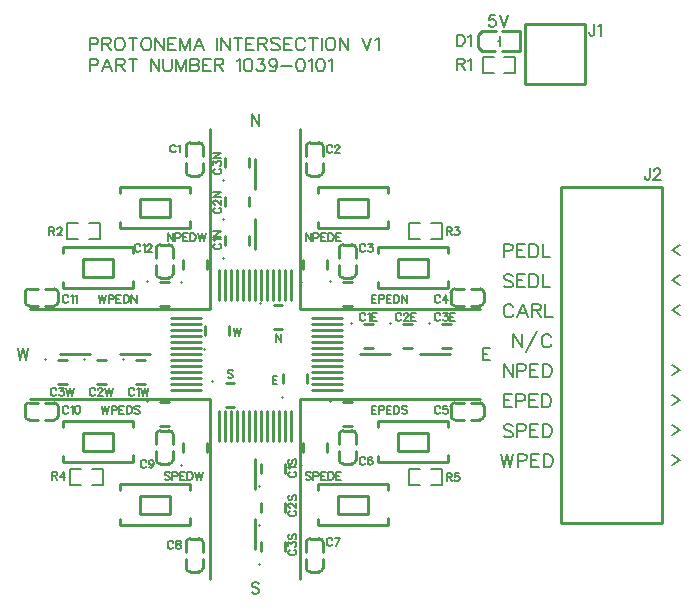
<source format=gto>
G04 Layer: TopSilkscreenLayer*
G04 Panelize: , Column: 2, Row: 2, Board Size: 58.42mm x 58.42mm, Panelized Board Size: 118.84mm x 118.84mm*
G04 EasyEDA v6.5.32, 2023-07-25 17:12:40*
G04 90a50ce0e3964c3490e883de99d9e253,5a6b42c53f6a479593ecc07194224c93,10*
G04 Gerber Generator version 0.2*
G04 Scale: 100 percent, Rotated: No, Reflected: No *
G04 Dimensions in millimeters *
G04 leading zeros omitted , absolute positions ,4 integer and 5 decimal *
%FSLAX45Y45*%
%MOMM*%

%ADD10C,0.1524*%
%ADD11C,0.2540*%
%ADD12C,0.2030*%

%LPD*%
D10*
X762000Y5423915D02*
G01*
X762000Y5314950D01*
X762000Y5423915D02*
G01*
X808736Y5423915D01*
X824229Y5418836D01*
X829563Y5413502D01*
X834644Y5403087D01*
X834644Y5387594D01*
X829563Y5377179D01*
X824229Y5372100D01*
X808736Y5366765D01*
X762000Y5366765D01*
X910589Y5423915D02*
G01*
X868934Y5314950D01*
X910589Y5423915D02*
G01*
X952245Y5314950D01*
X884681Y5351271D02*
G01*
X936497Y5351271D01*
X986536Y5423915D02*
G01*
X986536Y5314950D01*
X986536Y5423915D02*
G01*
X1033271Y5423915D01*
X1048765Y5418836D01*
X1054100Y5413502D01*
X1059179Y5403087D01*
X1059179Y5392673D01*
X1054100Y5382260D01*
X1048765Y5377179D01*
X1033271Y5372100D01*
X986536Y5372100D01*
X1022857Y5372100D02*
G01*
X1059179Y5314950D01*
X1129792Y5423915D02*
G01*
X1129792Y5314950D01*
X1093470Y5423915D02*
G01*
X1166113Y5423915D01*
X1280413Y5423915D02*
G01*
X1280413Y5314950D01*
X1280413Y5423915D02*
G01*
X1353312Y5314950D01*
X1353312Y5423915D02*
G01*
X1353312Y5314950D01*
X1387602Y5423915D02*
G01*
X1387602Y5345937D01*
X1392681Y5330444D01*
X1403095Y5320029D01*
X1418589Y5314950D01*
X1429004Y5314950D01*
X1444752Y5320029D01*
X1455165Y5330444D01*
X1460245Y5345937D01*
X1460245Y5423915D01*
X1494536Y5423915D02*
G01*
X1494536Y5314950D01*
X1494536Y5423915D02*
G01*
X1536192Y5314950D01*
X1577594Y5423915D02*
G01*
X1536192Y5314950D01*
X1577594Y5423915D02*
G01*
X1577594Y5314950D01*
X1611884Y5423915D02*
G01*
X1611884Y5314950D01*
X1611884Y5423915D02*
G01*
X1658620Y5423915D01*
X1674368Y5418836D01*
X1679447Y5413502D01*
X1684781Y5403087D01*
X1684781Y5392673D01*
X1679447Y5382260D01*
X1674368Y5377179D01*
X1658620Y5372100D01*
X1611884Y5372100D02*
G01*
X1658620Y5372100D01*
X1674368Y5366765D01*
X1679447Y5361686D01*
X1684781Y5351271D01*
X1684781Y5335523D01*
X1679447Y5325110D01*
X1674368Y5320029D01*
X1658620Y5314950D01*
X1611884Y5314950D01*
X1719071Y5423915D02*
G01*
X1719071Y5314950D01*
X1719071Y5423915D02*
G01*
X1786636Y5423915D01*
X1719071Y5372100D02*
G01*
X1760473Y5372100D01*
X1719071Y5314950D02*
G01*
X1786636Y5314950D01*
X1820926Y5423915D02*
G01*
X1820926Y5314950D01*
X1820926Y5423915D02*
G01*
X1867662Y5423915D01*
X1883155Y5418836D01*
X1888489Y5413502D01*
X1893570Y5403087D01*
X1893570Y5392673D01*
X1888489Y5382260D01*
X1883155Y5377179D01*
X1867662Y5372100D01*
X1820926Y5372100D01*
X1857247Y5372100D02*
G01*
X1893570Y5314950D01*
X2007870Y5403087D02*
G01*
X2018284Y5408421D01*
X2033777Y5423915D01*
X2033777Y5314950D01*
X2099309Y5423915D02*
G01*
X2083815Y5418836D01*
X2073402Y5403087D01*
X2068068Y5377179D01*
X2068068Y5361686D01*
X2073402Y5335523D01*
X2083815Y5320029D01*
X2099309Y5314950D01*
X2109724Y5314950D01*
X2125218Y5320029D01*
X2135631Y5335523D01*
X2140965Y5361686D01*
X2140965Y5377179D01*
X2135631Y5403087D01*
X2125218Y5418836D01*
X2109724Y5423915D01*
X2099309Y5423915D01*
X2185670Y5423915D02*
G01*
X2242820Y5423915D01*
X2211577Y5382260D01*
X2227072Y5382260D01*
X2237486Y5377179D01*
X2242820Y5372100D01*
X2247900Y5356352D01*
X2247900Y5345937D01*
X2242820Y5330444D01*
X2232406Y5320029D01*
X2216658Y5314950D01*
X2201163Y5314950D01*
X2185670Y5320029D01*
X2180336Y5325110D01*
X2175256Y5335523D01*
X2349754Y5387594D02*
G01*
X2344420Y5372100D01*
X2334259Y5361686D01*
X2318511Y5356352D01*
X2313431Y5356352D01*
X2297684Y5361686D01*
X2287270Y5372100D01*
X2282190Y5387594D01*
X2282190Y5392673D01*
X2287270Y5408421D01*
X2297684Y5418836D01*
X2313431Y5423915D01*
X2318511Y5423915D01*
X2334259Y5418836D01*
X2344420Y5408421D01*
X2349754Y5387594D01*
X2349754Y5361686D01*
X2344420Y5335523D01*
X2334259Y5320029D01*
X2318511Y5314950D01*
X2308097Y5314950D01*
X2292604Y5320029D01*
X2287270Y5330444D01*
X2384043Y5361686D02*
G01*
X2477515Y5361686D01*
X2543047Y5423915D02*
G01*
X2527300Y5418836D01*
X2517140Y5403087D01*
X2511806Y5377179D01*
X2511806Y5361686D01*
X2517140Y5335523D01*
X2527300Y5320029D01*
X2543047Y5314950D01*
X2553461Y5314950D01*
X2568956Y5320029D01*
X2579370Y5335523D01*
X2584450Y5361686D01*
X2584450Y5377179D01*
X2579370Y5403087D01*
X2568956Y5418836D01*
X2553461Y5423915D01*
X2543047Y5423915D01*
X2618740Y5403087D02*
G01*
X2629154Y5408421D01*
X2644902Y5423915D01*
X2644902Y5314950D01*
X2710179Y5423915D02*
G01*
X2694686Y5418836D01*
X2684272Y5403087D01*
X2679191Y5377179D01*
X2679191Y5361686D01*
X2684272Y5335523D01*
X2694686Y5320029D01*
X2710179Y5314950D01*
X2720593Y5314950D01*
X2736341Y5320029D01*
X2746756Y5335523D01*
X2751836Y5361686D01*
X2751836Y5377179D01*
X2746756Y5403087D01*
X2736341Y5418836D01*
X2720593Y5423915D01*
X2710179Y5423915D01*
X2786125Y5403087D02*
G01*
X2796540Y5408421D01*
X2812034Y5423915D01*
X2812034Y5314950D01*
X762000Y5601715D02*
G01*
X762000Y5492750D01*
X762000Y5601715D02*
G01*
X808736Y5601715D01*
X824229Y5596636D01*
X829563Y5591302D01*
X834644Y5580887D01*
X834644Y5565394D01*
X829563Y5554979D01*
X824229Y5549900D01*
X808736Y5544565D01*
X762000Y5544565D01*
X868934Y5601715D02*
G01*
X868934Y5492750D01*
X868934Y5601715D02*
G01*
X915670Y5601715D01*
X931418Y5596636D01*
X936497Y5591302D01*
X941831Y5580887D01*
X941831Y5570473D01*
X936497Y5560060D01*
X931418Y5554979D01*
X915670Y5549900D01*
X868934Y5549900D01*
X905510Y5549900D02*
G01*
X941831Y5492750D01*
X1007110Y5601715D02*
G01*
X996950Y5596636D01*
X986536Y5586221D01*
X981202Y5575807D01*
X976121Y5560060D01*
X976121Y5534152D01*
X981202Y5518657D01*
X986536Y5508244D01*
X996950Y5497829D01*
X1007110Y5492750D01*
X1027937Y5492750D01*
X1038352Y5497829D01*
X1048765Y5508244D01*
X1054100Y5518657D01*
X1059179Y5534152D01*
X1059179Y5560060D01*
X1054100Y5575807D01*
X1048765Y5586221D01*
X1038352Y5596636D01*
X1027937Y5601715D01*
X1007110Y5601715D01*
X1129792Y5601715D02*
G01*
X1129792Y5492750D01*
X1093470Y5601715D02*
G01*
X1166113Y5601715D01*
X1231645Y5601715D02*
G01*
X1221231Y5596636D01*
X1210818Y5586221D01*
X1205737Y5575807D01*
X1200404Y5560060D01*
X1200404Y5534152D01*
X1205737Y5518657D01*
X1210818Y5508244D01*
X1221231Y5497829D01*
X1231645Y5492750D01*
X1252473Y5492750D01*
X1262887Y5497829D01*
X1273302Y5508244D01*
X1278381Y5518657D01*
X1283715Y5534152D01*
X1283715Y5560060D01*
X1278381Y5575807D01*
X1273302Y5586221D01*
X1262887Y5596636D01*
X1252473Y5601715D01*
X1231645Y5601715D01*
X1318005Y5601715D02*
G01*
X1318005Y5492750D01*
X1318005Y5601715D02*
G01*
X1390650Y5492750D01*
X1390650Y5601715D02*
G01*
X1390650Y5492750D01*
X1424939Y5601715D02*
G01*
X1424939Y5492750D01*
X1424939Y5601715D02*
G01*
X1492504Y5601715D01*
X1424939Y5549900D02*
G01*
X1466595Y5549900D01*
X1424939Y5492750D02*
G01*
X1492504Y5492750D01*
X1526794Y5601715D02*
G01*
X1526794Y5492750D01*
X1526794Y5601715D02*
G01*
X1568450Y5492750D01*
X1609852Y5601715D02*
G01*
X1568450Y5492750D01*
X1609852Y5601715D02*
G01*
X1609852Y5492750D01*
X1685797Y5601715D02*
G01*
X1644142Y5492750D01*
X1685797Y5601715D02*
G01*
X1727200Y5492750D01*
X1659889Y5529071D02*
G01*
X1711705Y5529071D01*
X1841500Y5601715D02*
G01*
X1841500Y5492750D01*
X1875789Y5601715D02*
G01*
X1875789Y5492750D01*
X1875789Y5601715D02*
G01*
X1948688Y5492750D01*
X1948688Y5601715D02*
G01*
X1948688Y5492750D01*
X2019300Y5601715D02*
G01*
X2019300Y5492750D01*
X1982977Y5601715D02*
G01*
X2055622Y5601715D01*
X2089911Y5601715D02*
G01*
X2089911Y5492750D01*
X2089911Y5601715D02*
G01*
X2157475Y5601715D01*
X2089911Y5549900D02*
G01*
X2131568Y5549900D01*
X2089911Y5492750D02*
G01*
X2157475Y5492750D01*
X2191765Y5601715D02*
G01*
X2191765Y5492750D01*
X2191765Y5601715D02*
G01*
X2238502Y5601715D01*
X2254250Y5596636D01*
X2259329Y5591302D01*
X2264409Y5580887D01*
X2264409Y5570473D01*
X2259329Y5560060D01*
X2254250Y5554979D01*
X2238502Y5549900D01*
X2191765Y5549900D01*
X2228088Y5549900D02*
G01*
X2264409Y5492750D01*
X2371597Y5586221D02*
G01*
X2361184Y5596636D01*
X2345690Y5601715D01*
X2324861Y5601715D01*
X2309113Y5596636D01*
X2298700Y5586221D01*
X2298700Y5575807D01*
X2304034Y5565394D01*
X2309113Y5560060D01*
X2319527Y5554979D01*
X2350770Y5544565D01*
X2361184Y5539486D01*
X2366263Y5534152D01*
X2371597Y5523737D01*
X2371597Y5508244D01*
X2361184Y5497829D01*
X2345690Y5492750D01*
X2324861Y5492750D01*
X2309113Y5497829D01*
X2298700Y5508244D01*
X2405888Y5601715D02*
G01*
X2405888Y5492750D01*
X2405888Y5601715D02*
G01*
X2473452Y5601715D01*
X2405888Y5549900D02*
G01*
X2447290Y5549900D01*
X2405888Y5492750D02*
G01*
X2473452Y5492750D01*
X2585720Y5575807D02*
G01*
X2580386Y5586221D01*
X2569972Y5596636D01*
X2559558Y5601715D01*
X2538729Y5601715D01*
X2528570Y5596636D01*
X2518156Y5586221D01*
X2512822Y5575807D01*
X2507741Y5560060D01*
X2507741Y5534152D01*
X2512822Y5518657D01*
X2518156Y5508244D01*
X2528570Y5497829D01*
X2538729Y5492750D01*
X2559558Y5492750D01*
X2569972Y5497829D01*
X2580386Y5508244D01*
X2585720Y5518657D01*
X2656331Y5601715D02*
G01*
X2656331Y5492750D01*
X2620009Y5601715D02*
G01*
X2692654Y5601715D01*
X2726943Y5601715D02*
G01*
X2726943Y5492750D01*
X2792475Y5601715D02*
G01*
X2782061Y5596636D01*
X2771647Y5586221D01*
X2766313Y5575807D01*
X2761234Y5560060D01*
X2761234Y5534152D01*
X2766313Y5518657D01*
X2771647Y5508244D01*
X2782061Y5497829D01*
X2792475Y5492750D01*
X2813050Y5492750D01*
X2823463Y5497829D01*
X2833877Y5508244D01*
X2839211Y5518657D01*
X2844291Y5534152D01*
X2844291Y5560060D01*
X2839211Y5575807D01*
X2833877Y5586221D01*
X2823463Y5596636D01*
X2813050Y5601715D01*
X2792475Y5601715D01*
X2878581Y5601715D02*
G01*
X2878581Y5492750D01*
X2878581Y5601715D02*
G01*
X2951479Y5492750D01*
X2951479Y5601715D02*
G01*
X2951479Y5492750D01*
X3065779Y5601715D02*
G01*
X3107181Y5492750D01*
X3148838Y5601715D02*
G01*
X3107181Y5492750D01*
X3183127Y5580887D02*
G01*
X3193541Y5586221D01*
X3209036Y5601715D01*
X3209036Y5492750D01*
X2133600Y4952237D02*
G01*
X2133600Y4856734D01*
X2133600Y4952237D02*
G01*
X2197354Y4856734D01*
X2197354Y4952237D02*
G01*
X2197354Y4856734D01*
X2197354Y976376D02*
G01*
X2188209Y985265D01*
X2174493Y989837D01*
X2156206Y989837D01*
X2142743Y985265D01*
X2133600Y976376D01*
X2133600Y967231D01*
X2138172Y958087D01*
X2142743Y953515D01*
X2151888Y948944D01*
X2179065Y939800D01*
X2188209Y935481D01*
X2192781Y930910D01*
X2197354Y921765D01*
X2197354Y908050D01*
X2188209Y898905D01*
X2174493Y894334D01*
X2156206Y894334D01*
X2142743Y898905D01*
X2133600Y908050D01*
X152400Y2971037D02*
G01*
X175005Y2875534D01*
X197865Y2971037D02*
G01*
X175005Y2875534D01*
X197865Y2971037D02*
G01*
X220471Y2875534D01*
X243331Y2971037D02*
G01*
X220471Y2875534D01*
X4089400Y2971037D02*
G01*
X4089400Y2875534D01*
X4089400Y2971037D02*
G01*
X4148581Y2971037D01*
X4089400Y2925571D02*
G01*
X4125722Y2925571D01*
X4089400Y2875534D02*
G01*
X4148581Y2875534D01*
X4267233Y3854991D02*
G01*
X4267233Y3740437D01*
X4267233Y3854991D02*
G01*
X4316255Y3854991D01*
X4332765Y3849403D01*
X4338099Y3844069D01*
X4343433Y3833147D01*
X4343433Y3816637D01*
X4338099Y3805715D01*
X4332765Y3800381D01*
X4316255Y3794793D01*
X4267233Y3794793D01*
X4379501Y3854991D02*
G01*
X4379501Y3740437D01*
X4379501Y3854991D02*
G01*
X4450367Y3854991D01*
X4379501Y3800381D02*
G01*
X4423189Y3800381D01*
X4379501Y3740437D02*
G01*
X4450367Y3740437D01*
X4486435Y3854991D02*
G01*
X4486435Y3740437D01*
X4486435Y3854991D02*
G01*
X4524535Y3854991D01*
X4541045Y3849403D01*
X4551967Y3838481D01*
X4557301Y3827559D01*
X4562889Y3811303D01*
X4562889Y3783871D01*
X4557301Y3767615D01*
X4551967Y3756693D01*
X4541045Y3745771D01*
X4524535Y3740437D01*
X4486435Y3740437D01*
X4598703Y3854991D02*
G01*
X4598703Y3740437D01*
X4598703Y3740437D02*
G01*
X4664235Y3740437D01*
X4267192Y2838952D02*
G01*
X4267192Y2724398D01*
X4267192Y2838952D02*
G01*
X4343646Y2724398D01*
X4343646Y2838952D02*
G01*
X4343646Y2724398D01*
X4379460Y2838952D02*
G01*
X4379460Y2724398D01*
X4379460Y2838952D02*
G01*
X4428736Y2838952D01*
X4444992Y2833364D01*
X4450580Y2828030D01*
X4455914Y2817108D01*
X4455914Y2800598D01*
X4450580Y2789676D01*
X4444992Y2784342D01*
X4428736Y2779008D01*
X4379460Y2779008D01*
X4491982Y2838952D02*
G01*
X4491982Y2724398D01*
X4491982Y2838952D02*
G01*
X4562848Y2838952D01*
X4491982Y2784342D02*
G01*
X4535670Y2784342D01*
X4491982Y2724398D02*
G01*
X4562848Y2724398D01*
X4598916Y2838952D02*
G01*
X4598916Y2724398D01*
X4598916Y2838952D02*
G01*
X4637016Y2838952D01*
X4653272Y2833364D01*
X4664194Y2822442D01*
X4669782Y2811520D01*
X4675116Y2795264D01*
X4675116Y2768086D01*
X4669782Y2751576D01*
X4664194Y2740654D01*
X4653272Y2729732D01*
X4637016Y2724398D01*
X4598916Y2724398D01*
X5506455Y4495030D02*
G01*
X5506455Y4422386D01*
X5501883Y4408670D01*
X5497311Y4404098D01*
X5488167Y4399526D01*
X5479277Y4399526D01*
X5470133Y4404098D01*
X5465561Y4408670D01*
X5460989Y4422386D01*
X5460989Y4431530D01*
X5540999Y4472424D02*
G01*
X5540999Y4476996D01*
X5545571Y4485886D01*
X5550143Y4490458D01*
X5559287Y4495030D01*
X5577321Y4495030D01*
X5586465Y4490458D01*
X5591037Y4485886D01*
X5595609Y4476996D01*
X5595609Y4467852D01*
X5591037Y4458708D01*
X5581893Y4444992D01*
X5536427Y4399526D01*
X5600181Y4399526D01*
X4348988Y3319526D02*
G01*
X4343654Y3330447D01*
X4332731Y3341370D01*
X4321809Y3346957D01*
X4299965Y3346957D01*
X4289043Y3341370D01*
X4278122Y3330447D01*
X4272534Y3319526D01*
X4267200Y3303270D01*
X4267200Y3276092D01*
X4272534Y3259581D01*
X4278122Y3248660D01*
X4289043Y3237737D01*
X4299965Y3232404D01*
X4321809Y3232404D01*
X4332731Y3237737D01*
X4343654Y3248660D01*
X4348988Y3259581D01*
X4428743Y3346957D02*
G01*
X4385056Y3232404D01*
X4428743Y3346957D02*
G01*
X4472177Y3232404D01*
X4401311Y3270504D02*
G01*
X4455922Y3270504D01*
X4508245Y3346957D02*
G01*
X4508245Y3232404D01*
X4508245Y3346957D02*
G01*
X4557268Y3346957D01*
X4573777Y3341370D01*
X4579111Y3336036D01*
X4584700Y3325113D01*
X4584700Y3314192D01*
X4579111Y3303270D01*
X4573777Y3297681D01*
X4557268Y3292347D01*
X4508245Y3292347D01*
X4546345Y3292347D02*
G01*
X4584700Y3232404D01*
X4620768Y3346957D02*
G01*
X4620768Y3232404D01*
X4620768Y3232404D02*
G01*
X4686045Y3232404D01*
X4267192Y2584952D02*
G01*
X4267192Y2470398D01*
X4267192Y2584952D02*
G01*
X4338058Y2584952D01*
X4267192Y2530342D02*
G01*
X4310880Y2530342D01*
X4267192Y2470398D02*
G01*
X4338058Y2470398D01*
X4374126Y2584952D02*
G01*
X4374126Y2470398D01*
X4374126Y2584952D02*
G01*
X4423148Y2584952D01*
X4439658Y2579364D01*
X4444992Y2574030D01*
X4450580Y2563108D01*
X4450580Y2546598D01*
X4444992Y2535676D01*
X4439658Y2530342D01*
X4423148Y2525008D01*
X4374126Y2525008D01*
X4486394Y2584952D02*
G01*
X4486394Y2470398D01*
X4486394Y2584952D02*
G01*
X4557260Y2584952D01*
X4486394Y2530342D02*
G01*
X4530082Y2530342D01*
X4486394Y2470398D02*
G01*
X4557260Y2470398D01*
X4593328Y2584952D02*
G01*
X4593328Y2470398D01*
X4593328Y2584952D02*
G01*
X4631428Y2584952D01*
X4647938Y2579364D01*
X4658860Y2568442D01*
X4664194Y2557520D01*
X4669782Y2541264D01*
X4669782Y2514086D01*
X4664194Y2497576D01*
X4658860Y2486654D01*
X4647938Y2475732D01*
X4631428Y2470398D01*
X4593328Y2470398D01*
X4343646Y2314442D02*
G01*
X4332724Y2325364D01*
X4316214Y2330952D01*
X4294370Y2330952D01*
X4278114Y2325364D01*
X4267192Y2314442D01*
X4267192Y2303520D01*
X4272526Y2292598D01*
X4278114Y2287264D01*
X4289036Y2281676D01*
X4321802Y2271008D01*
X4332724Y2265420D01*
X4338058Y2260086D01*
X4343646Y2249164D01*
X4343646Y2232654D01*
X4332724Y2221732D01*
X4316214Y2216398D01*
X4294370Y2216398D01*
X4278114Y2221732D01*
X4267192Y2232654D01*
X4379460Y2330952D02*
G01*
X4379460Y2216398D01*
X4379460Y2330952D02*
G01*
X4428736Y2330952D01*
X4444992Y2325364D01*
X4450580Y2320030D01*
X4455914Y2309108D01*
X4455914Y2292598D01*
X4450580Y2281676D01*
X4444992Y2276342D01*
X4428736Y2271008D01*
X4379460Y2271008D01*
X4491982Y2330952D02*
G01*
X4491982Y2216398D01*
X4491982Y2330952D02*
G01*
X4562848Y2330952D01*
X4491982Y2276342D02*
G01*
X4535670Y2276342D01*
X4491982Y2216398D02*
G01*
X4562848Y2216398D01*
X4598916Y2330952D02*
G01*
X4598916Y2216398D01*
X4598916Y2330952D02*
G01*
X4637016Y2330952D01*
X4653272Y2325364D01*
X4664194Y2314442D01*
X4669782Y2303520D01*
X4675116Y2287264D01*
X4675116Y2260086D01*
X4669782Y2243576D01*
X4664194Y2232654D01*
X4653272Y2221732D01*
X4637016Y2216398D01*
X4598916Y2216398D01*
X4241792Y2076952D02*
G01*
X4268970Y1962398D01*
X4296402Y2076952D02*
G01*
X4268970Y1962398D01*
X4296402Y2076952D02*
G01*
X4323580Y1962398D01*
X4350758Y2076952D02*
G01*
X4323580Y1962398D01*
X4386826Y2076952D02*
G01*
X4386826Y1962398D01*
X4386826Y2076952D02*
G01*
X4435848Y2076952D01*
X4452358Y2071364D01*
X4457692Y2066030D01*
X4463280Y2055108D01*
X4463280Y2038598D01*
X4457692Y2027676D01*
X4452358Y2022342D01*
X4435848Y2017008D01*
X4386826Y2017008D01*
X4499348Y2076952D02*
G01*
X4499348Y1962398D01*
X4499348Y2076952D02*
G01*
X4570214Y2076952D01*
X4499348Y2022342D02*
G01*
X4542782Y2022342D01*
X4499348Y1962398D02*
G01*
X4570214Y1962398D01*
X4606028Y2076952D02*
G01*
X4606028Y1962398D01*
X4606028Y2076952D02*
G01*
X4644382Y2076952D01*
X4660638Y2071364D01*
X4671560Y2060442D01*
X4677148Y2049520D01*
X4682482Y2033264D01*
X4682482Y2006086D01*
X4677148Y1989576D01*
X4671560Y1978654D01*
X4660638Y1967732D01*
X4644382Y1962398D01*
X4606028Y1962398D01*
X4194797Y5790427D02*
G01*
X4149331Y5790427D01*
X4144759Y5749533D01*
X4149331Y5754105D01*
X4162793Y5758677D01*
X4176509Y5758677D01*
X4190225Y5754105D01*
X4199369Y5744961D01*
X4203941Y5731499D01*
X4203941Y5722355D01*
X4199369Y5708639D01*
X4190225Y5699495D01*
X4176509Y5694923D01*
X4162793Y5694923D01*
X4149331Y5699495D01*
X4144759Y5704067D01*
X4140187Y5713211D01*
X4233913Y5790427D02*
G01*
X4270235Y5694923D01*
X4306557Y5790427D02*
G01*
X4270235Y5694923D01*
X4343654Y3584447D02*
G01*
X4332731Y3595370D01*
X4316222Y3600957D01*
X4294377Y3600957D01*
X4278122Y3595370D01*
X4267200Y3584447D01*
X4267200Y3573526D01*
X4272534Y3562604D01*
X4278122Y3557270D01*
X4289043Y3551681D01*
X4321809Y3540760D01*
X4332731Y3535426D01*
X4338065Y3530092D01*
X4343654Y3519170D01*
X4343654Y3502660D01*
X4332731Y3491737D01*
X4316222Y3486404D01*
X4294377Y3486404D01*
X4278122Y3491737D01*
X4267200Y3502660D01*
X4379468Y3600957D02*
G01*
X4379468Y3486404D01*
X4379468Y3600957D02*
G01*
X4450588Y3600957D01*
X4379468Y3546347D02*
G01*
X4423156Y3546347D01*
X4379468Y3486404D02*
G01*
X4450588Y3486404D01*
X4486402Y3600957D02*
G01*
X4486402Y3486404D01*
X4486402Y3600957D02*
G01*
X4524756Y3600957D01*
X4541011Y3595370D01*
X4551934Y3584447D01*
X4557268Y3573526D01*
X4562856Y3557270D01*
X4562856Y3530092D01*
X4557268Y3513581D01*
X4551934Y3502660D01*
X4541011Y3491737D01*
X4524756Y3486404D01*
X4486402Y3486404D01*
X4598924Y3600957D02*
G01*
X4598924Y3486404D01*
X4598924Y3486404D02*
G01*
X4664202Y3486404D01*
X4343400Y3092957D02*
G01*
X4343400Y2978404D01*
X4343400Y3092957D02*
G01*
X4419854Y2978404D01*
X4419854Y3092957D02*
G01*
X4419854Y2978404D01*
X4553965Y3114802D02*
G01*
X4455668Y2940050D01*
X4671822Y3065526D02*
G01*
X4666234Y3076447D01*
X4655311Y3087370D01*
X4644390Y3092957D01*
X4622545Y3092957D01*
X4611877Y3087370D01*
X4600956Y3076447D01*
X4595368Y3065526D01*
X4590034Y3049270D01*
X4590034Y3022092D01*
X4595368Y3005581D01*
X4600956Y2994660D01*
X4611877Y2983737D01*
X4622545Y2978404D01*
X4644390Y2978404D01*
X4655311Y2983737D01*
X4666234Y2994660D01*
X4671822Y3005581D01*
X5036565Y5714237D02*
G01*
X5036565Y5641594D01*
X5031993Y5627878D01*
X5027422Y5623305D01*
X5018277Y5618734D01*
X5009388Y5618734D01*
X5000243Y5623305D01*
X4995672Y5627878D01*
X4991100Y5641594D01*
X4991100Y5650737D01*
X5066538Y5696204D02*
G01*
X5075681Y5700776D01*
X5089397Y5714237D01*
X5089397Y5618734D01*
X5762172Y3846184D02*
G01*
X5689528Y3805290D01*
X5762172Y3764396D01*
X5762172Y3592184D02*
G01*
X5689528Y3551290D01*
X5762172Y3510396D01*
X5762172Y3338184D02*
G01*
X5689528Y3297290D01*
X5762172Y3256396D01*
X5689600Y2830068D02*
G01*
X5762243Y2789173D01*
X5689600Y2748279D01*
X5689600Y2576068D02*
G01*
X5762243Y2535173D01*
X5689600Y2494279D01*
X5689600Y2322068D02*
G01*
X5762243Y2281173D01*
X5689600Y2240279D01*
X5689600Y2068068D02*
G01*
X5762243Y2027173D01*
X5689600Y1986279D01*
X3784607Y3994917D02*
G01*
X3784607Y3928115D01*
X3784607Y3994917D02*
G01*
X3813309Y3994917D01*
X3822707Y3991869D01*
X3826009Y3988567D01*
X3829057Y3982217D01*
X3829057Y3975867D01*
X3826009Y3969517D01*
X3822707Y3966215D01*
X3813309Y3963167D01*
X3784607Y3963167D01*
X3806959Y3963167D02*
G01*
X3829057Y3928115D01*
X3856489Y3994917D02*
G01*
X3891541Y3994917D01*
X3872491Y3969517D01*
X3881889Y3969517D01*
X3888239Y3966215D01*
X3891541Y3963167D01*
X3894589Y3953515D01*
X3894589Y3947165D01*
X3891541Y3937767D01*
X3885191Y3931417D01*
X3875539Y3928115D01*
X3866141Y3928115D01*
X3856489Y3931417D01*
X3853441Y3934465D01*
X3850139Y3940815D01*
X3784607Y1912112D02*
G01*
X3784607Y1845310D01*
X3784607Y1912112D02*
G01*
X3813309Y1912112D01*
X3822707Y1909063D01*
X3826009Y1905762D01*
X3829057Y1899412D01*
X3829057Y1893062D01*
X3826009Y1886712D01*
X3822707Y1883410D01*
X3813309Y1880362D01*
X3784607Y1880362D01*
X3806959Y1880362D02*
G01*
X3829057Y1845310D01*
X3888239Y1912112D02*
G01*
X3856489Y1912112D01*
X3853441Y1883410D01*
X3856489Y1886712D01*
X3866141Y1889760D01*
X3875539Y1889760D01*
X3885191Y1886712D01*
X3891541Y1880362D01*
X3894589Y1870710D01*
X3894589Y1864360D01*
X3891541Y1854962D01*
X3885191Y1848612D01*
X3875539Y1845310D01*
X3866141Y1845310D01*
X3856489Y1848612D01*
X3853441Y1851660D01*
X3850139Y1858010D01*
X444500Y1924814D02*
G01*
X444500Y1858012D01*
X444500Y1924814D02*
G01*
X473202Y1924814D01*
X482600Y1921766D01*
X485902Y1918464D01*
X488950Y1912114D01*
X488950Y1905764D01*
X485902Y1899414D01*
X482600Y1896112D01*
X473202Y1893064D01*
X444500Y1893064D01*
X466852Y1893064D02*
G01*
X488950Y1858012D01*
X541781Y1924814D02*
G01*
X510031Y1880364D01*
X557784Y1880364D01*
X541781Y1924814D02*
G01*
X541781Y1858012D01*
X419100Y3994919D02*
G01*
X419100Y3928117D01*
X419100Y3994919D02*
G01*
X447802Y3994919D01*
X457200Y3991871D01*
X460502Y3988569D01*
X463550Y3982219D01*
X463550Y3975869D01*
X460502Y3969519D01*
X457200Y3966217D01*
X447802Y3963169D01*
X419100Y3963169D01*
X441452Y3963169D02*
G01*
X463550Y3928117D01*
X487934Y3978917D02*
G01*
X487934Y3982219D01*
X490981Y3988569D01*
X494284Y3991871D01*
X500634Y3994919D01*
X513334Y3994919D01*
X519684Y3991871D01*
X522731Y3988569D01*
X526034Y3982219D01*
X526034Y3975869D01*
X522731Y3969519D01*
X516381Y3959867D01*
X484631Y3928117D01*
X529081Y3928117D01*
X3873497Y5625345D02*
G01*
X3873497Y5529841D01*
X3873497Y5625345D02*
G01*
X3905247Y5625345D01*
X3918963Y5620773D01*
X3928107Y5611883D01*
X3932679Y5602739D01*
X3937251Y5589023D01*
X3937251Y5566417D01*
X3932679Y5552701D01*
X3928107Y5543557D01*
X3918963Y5534413D01*
X3905247Y5529841D01*
X3873497Y5529841D01*
X3967223Y5607311D02*
G01*
X3976113Y5611883D01*
X3989829Y5625345D01*
X3989829Y5529841D01*
X3873500Y5422145D02*
G01*
X3873500Y5326641D01*
X3873500Y5422145D02*
G01*
X3914393Y5422145D01*
X3928109Y5417573D01*
X3932681Y5413001D01*
X3937254Y5404111D01*
X3937254Y5394967D01*
X3932681Y5385823D01*
X3928109Y5381251D01*
X3914393Y5376679D01*
X3873500Y5376679D01*
X3905250Y5376679D02*
G01*
X3937254Y5326641D01*
X3967225Y5404111D02*
G01*
X3976115Y5408683D01*
X3989831Y5422145D01*
X3989831Y5326641D01*
X2336800Y3093212D02*
G01*
X2336800Y3026410D01*
X2336800Y3093212D02*
G01*
X2381250Y3026410D01*
X2381250Y3093212D02*
G01*
X2381250Y3026410D01*
X1974850Y2778760D02*
G01*
X1968500Y2785363D01*
X1959102Y2788412D01*
X1946402Y2788412D01*
X1936750Y2785363D01*
X1930400Y2778760D01*
X1930400Y2772410D01*
X1933702Y2766060D01*
X1936750Y2763012D01*
X1943100Y2759710D01*
X1962150Y2753360D01*
X1968500Y2750312D01*
X1971802Y2747010D01*
X1974850Y2740660D01*
X1974850Y2731262D01*
X1968500Y2724912D01*
X1959102Y2721610D01*
X1946402Y2721610D01*
X1936750Y2724912D01*
X1930400Y2731262D01*
X2311400Y2737612D02*
G01*
X2311400Y2670810D01*
X2311400Y2737612D02*
G01*
X2352802Y2737612D01*
X2311400Y2705862D02*
G01*
X2336800Y2705862D01*
X2311400Y2670810D02*
G01*
X2352802Y2670810D01*
X1981200Y3144012D02*
G01*
X1997202Y3077210D01*
X2012950Y3144012D02*
G01*
X1997202Y3077210D01*
X2012950Y3144012D02*
G01*
X2028952Y3077210D01*
X2044954Y3144012D02*
G01*
X2028952Y3077210D01*
X2635244Y1915307D02*
G01*
X2628894Y1921657D01*
X2619496Y1924705D01*
X2606796Y1924705D01*
X2597144Y1921657D01*
X2590794Y1915307D01*
X2590794Y1908957D01*
X2594096Y1902607D01*
X2597144Y1899305D01*
X2603494Y1896257D01*
X2622544Y1889907D01*
X2628894Y1886605D01*
X2632196Y1883557D01*
X2635244Y1877207D01*
X2635244Y1867555D01*
X2628894Y1861205D01*
X2619496Y1857903D01*
X2606796Y1857903D01*
X2597144Y1861205D01*
X2590794Y1867555D01*
X2656326Y1924705D02*
G01*
X2656326Y1857903D01*
X2656326Y1924705D02*
G01*
X2685028Y1924705D01*
X2694426Y1921657D01*
X2697728Y1918355D01*
X2700776Y1912005D01*
X2700776Y1902607D01*
X2697728Y1896257D01*
X2694426Y1892955D01*
X2685028Y1889907D01*
X2656326Y1889907D01*
X2721858Y1924705D02*
G01*
X2721858Y1857903D01*
X2721858Y1924705D02*
G01*
X2763260Y1924705D01*
X2721858Y1892955D02*
G01*
X2747258Y1892955D01*
X2721858Y1857903D02*
G01*
X2763260Y1857903D01*
X2784342Y1924705D02*
G01*
X2784342Y1857903D01*
X2784342Y1924705D02*
G01*
X2806440Y1924705D01*
X2816092Y1921657D01*
X2822442Y1915307D01*
X2825490Y1908957D01*
X2828792Y1899305D01*
X2828792Y1883557D01*
X2825490Y1873905D01*
X2822442Y1867555D01*
X2816092Y1861205D01*
X2806440Y1857903D01*
X2784342Y1857903D01*
X2849874Y1924705D02*
G01*
X2849874Y1857903D01*
X2849874Y1924705D02*
G01*
X2891276Y1924705D01*
X2849874Y1892955D02*
G01*
X2875274Y1892955D01*
X2849874Y1857903D02*
G01*
X2891276Y1857903D01*
X1441447Y1915411D02*
G01*
X1435097Y1921761D01*
X1425699Y1924809D01*
X1412999Y1924809D01*
X1403347Y1921761D01*
X1396997Y1915411D01*
X1396997Y1908807D01*
X1400299Y1902457D01*
X1403347Y1899409D01*
X1409697Y1896107D01*
X1428747Y1889757D01*
X1435097Y1886709D01*
X1438399Y1883407D01*
X1441447Y1877057D01*
X1441447Y1867659D01*
X1435097Y1861309D01*
X1425699Y1858007D01*
X1412999Y1858007D01*
X1403347Y1861309D01*
X1396997Y1867659D01*
X1462529Y1924809D02*
G01*
X1462529Y1858007D01*
X1462529Y1924809D02*
G01*
X1491231Y1924809D01*
X1500629Y1921761D01*
X1503931Y1918459D01*
X1506979Y1912109D01*
X1506979Y1902457D01*
X1503931Y1896107D01*
X1500629Y1893059D01*
X1491231Y1889757D01*
X1462529Y1889757D01*
X1528061Y1924809D02*
G01*
X1528061Y1858007D01*
X1528061Y1924809D02*
G01*
X1569463Y1924809D01*
X1528061Y1893059D02*
G01*
X1553461Y1893059D01*
X1528061Y1858007D02*
G01*
X1569463Y1858007D01*
X1590545Y1924809D02*
G01*
X1590545Y1858007D01*
X1590545Y1924809D02*
G01*
X1612643Y1924809D01*
X1622295Y1921761D01*
X1628645Y1915411D01*
X1631693Y1908807D01*
X1634995Y1899409D01*
X1634995Y1883407D01*
X1631693Y1874009D01*
X1628645Y1867659D01*
X1622295Y1861309D01*
X1612643Y1858007D01*
X1590545Y1858007D01*
X1656077Y1924809D02*
G01*
X1671825Y1858007D01*
X1687827Y1924809D02*
G01*
X1671825Y1858007D01*
X1687827Y1924809D02*
G01*
X1703829Y1858007D01*
X1719577Y1924809D02*
G01*
X1703829Y1858007D01*
X863493Y2483612D02*
G01*
X879495Y2416810D01*
X895497Y2483612D02*
G01*
X879495Y2416810D01*
X895497Y2483612D02*
G01*
X911245Y2416810D01*
X927247Y2483612D02*
G01*
X911245Y2416810D01*
X948329Y2483612D02*
G01*
X948329Y2416810D01*
X948329Y2483612D02*
G01*
X976777Y2483612D01*
X986429Y2480563D01*
X989477Y2477262D01*
X992779Y2470912D01*
X992779Y2461260D01*
X989477Y2454910D01*
X986429Y2451862D01*
X976777Y2448560D01*
X948329Y2448560D01*
X1013861Y2483612D02*
G01*
X1013861Y2416810D01*
X1013861Y2483612D02*
G01*
X1055263Y2483612D01*
X1013861Y2451862D02*
G01*
X1039261Y2451862D01*
X1013861Y2416810D02*
G01*
X1055263Y2416810D01*
X1076091Y2483612D02*
G01*
X1076091Y2416810D01*
X1076091Y2483612D02*
G01*
X1098443Y2483612D01*
X1107841Y2480563D01*
X1114445Y2473960D01*
X1117493Y2467610D01*
X1120795Y2458212D01*
X1120795Y2442210D01*
X1117493Y2432812D01*
X1114445Y2426462D01*
X1107841Y2420112D01*
X1098443Y2416810D01*
X1076091Y2416810D01*
X1186327Y2473960D02*
G01*
X1179977Y2480563D01*
X1170325Y2483612D01*
X1157625Y2483612D01*
X1147973Y2480563D01*
X1141623Y2473960D01*
X1141623Y2467610D01*
X1144925Y2461260D01*
X1147973Y2458212D01*
X1154323Y2454910D01*
X1173627Y2448560D01*
X1179977Y2445512D01*
X1183025Y2442210D01*
X1186327Y2435860D01*
X1186327Y2426462D01*
X1179977Y2420112D01*
X1170325Y2416810D01*
X1157625Y2416810D01*
X1147973Y2420112D01*
X1141623Y2426462D01*
X838200Y3423412D02*
G01*
X854202Y3356610D01*
X869950Y3423412D02*
G01*
X854202Y3356610D01*
X869950Y3423412D02*
G01*
X885952Y3356610D01*
X901954Y3423412D02*
G01*
X885952Y3356610D01*
X922781Y3423412D02*
G01*
X922781Y3356610D01*
X922781Y3423412D02*
G01*
X951484Y3423412D01*
X961136Y3420363D01*
X964184Y3417062D01*
X967486Y3410712D01*
X967486Y3401060D01*
X964184Y3394710D01*
X961136Y3391662D01*
X951484Y3388360D01*
X922781Y3388360D01*
X988313Y3423412D02*
G01*
X988313Y3356610D01*
X988313Y3423412D02*
G01*
X1029715Y3423412D01*
X988313Y3391662D02*
G01*
X1013713Y3391662D01*
X988313Y3356610D02*
G01*
X1029715Y3356610D01*
X1050797Y3423412D02*
G01*
X1050797Y3356610D01*
X1050797Y3423412D02*
G01*
X1072895Y3423412D01*
X1082547Y3420363D01*
X1088897Y3413760D01*
X1092200Y3407410D01*
X1095247Y3398012D01*
X1095247Y3382010D01*
X1092200Y3372612D01*
X1088897Y3366262D01*
X1082547Y3359912D01*
X1072895Y3356610D01*
X1050797Y3356610D01*
X1116329Y3423412D02*
G01*
X1116329Y3356610D01*
X1116329Y3423412D02*
G01*
X1160779Y3356610D01*
X1160779Y3423412D02*
G01*
X1160779Y3356610D01*
X3149600Y3423412D02*
G01*
X3149600Y3356610D01*
X3149600Y3423412D02*
G01*
X3191002Y3423412D01*
X3149600Y3391662D02*
G01*
X3175000Y3391662D01*
X3149600Y3356610D02*
G01*
X3191002Y3356610D01*
X3211829Y3423412D02*
G01*
X3211829Y3356610D01*
X3211829Y3423412D02*
G01*
X3240531Y3423412D01*
X3250184Y3420363D01*
X3253231Y3417062D01*
X3256534Y3410712D01*
X3256534Y3401060D01*
X3253231Y3394710D01*
X3250184Y3391662D01*
X3240531Y3388360D01*
X3211829Y3388360D01*
X3277615Y3423412D02*
G01*
X3277615Y3356610D01*
X3277615Y3423412D02*
G01*
X3318763Y3423412D01*
X3277615Y3391662D02*
G01*
X3303015Y3391662D01*
X3277615Y3356610D02*
G01*
X3318763Y3356610D01*
X3339845Y3423412D02*
G01*
X3339845Y3356610D01*
X3339845Y3423412D02*
G01*
X3362197Y3423412D01*
X3371595Y3420363D01*
X3377945Y3413760D01*
X3381247Y3407410D01*
X3384295Y3398012D01*
X3384295Y3382010D01*
X3381247Y3372612D01*
X3377945Y3366262D01*
X3371595Y3359912D01*
X3362197Y3356610D01*
X3339845Y3356610D01*
X3405377Y3423412D02*
G01*
X3405377Y3356610D01*
X3405377Y3423412D02*
G01*
X3450081Y3356610D01*
X3450081Y3423412D02*
G01*
X3450081Y3356610D01*
X3149600Y2483612D02*
G01*
X3149600Y2416810D01*
X3149600Y2483612D02*
G01*
X3191002Y2483612D01*
X3149600Y2451862D02*
G01*
X3175000Y2451862D01*
X3149600Y2416810D02*
G01*
X3191002Y2416810D01*
X3211829Y2483612D02*
G01*
X3211829Y2416810D01*
X3211829Y2483612D02*
G01*
X3240531Y2483612D01*
X3250184Y2480563D01*
X3253231Y2477262D01*
X3256534Y2470912D01*
X3256534Y2461260D01*
X3253231Y2454910D01*
X3250184Y2451862D01*
X3240531Y2448560D01*
X3211829Y2448560D01*
X3277615Y2483612D02*
G01*
X3277615Y2416810D01*
X3277615Y2483612D02*
G01*
X3318763Y2483612D01*
X3277615Y2451862D02*
G01*
X3303015Y2451862D01*
X3277615Y2416810D02*
G01*
X3318763Y2416810D01*
X3339845Y2483612D02*
G01*
X3339845Y2416810D01*
X3339845Y2483612D02*
G01*
X3362197Y2483612D01*
X3371595Y2480563D01*
X3377945Y2473960D01*
X3381247Y2467610D01*
X3384295Y2458212D01*
X3384295Y2442210D01*
X3381247Y2432812D01*
X3377945Y2426462D01*
X3371595Y2420112D01*
X3362197Y2416810D01*
X3339845Y2416810D01*
X3450081Y2473960D02*
G01*
X3443477Y2480563D01*
X3434079Y2483612D01*
X3421379Y2483612D01*
X3411727Y2480563D01*
X3405377Y2473960D01*
X3405377Y2467610D01*
X3408679Y2461260D01*
X3411727Y2458212D01*
X3418077Y2454910D01*
X3437127Y2448560D01*
X3443477Y2445512D01*
X3446779Y2442210D01*
X3450081Y2435860D01*
X3450081Y2426462D01*
X3443477Y2420112D01*
X3434079Y2416810D01*
X3421379Y2416810D01*
X3411727Y2420112D01*
X3405377Y2426462D01*
X2590792Y3944104D02*
G01*
X2590792Y3877302D01*
X2590792Y3944104D02*
G01*
X2635242Y3877302D01*
X2635242Y3944104D02*
G01*
X2635242Y3877302D01*
X2656324Y3944104D02*
G01*
X2656324Y3877302D01*
X2656324Y3944104D02*
G01*
X2685026Y3944104D01*
X2694424Y3941056D01*
X2697726Y3937754D01*
X2700774Y3931404D01*
X2700774Y3921752D01*
X2697726Y3915402D01*
X2694424Y3912354D01*
X2685026Y3909052D01*
X2656324Y3909052D01*
X2721856Y3944104D02*
G01*
X2721856Y3877302D01*
X2721856Y3944104D02*
G01*
X2763258Y3944104D01*
X2721856Y3912354D02*
G01*
X2747256Y3912354D01*
X2721856Y3877302D02*
G01*
X2763258Y3877302D01*
X2784340Y3944104D02*
G01*
X2784340Y3877302D01*
X2784340Y3944104D02*
G01*
X2806438Y3944104D01*
X2816090Y3941056D01*
X2822440Y3934452D01*
X2825488Y3928102D01*
X2828790Y3918704D01*
X2828790Y3902702D01*
X2825488Y3893304D01*
X2822440Y3886954D01*
X2816090Y3880604D01*
X2806438Y3877302D01*
X2784340Y3877302D01*
X2849872Y3944104D02*
G01*
X2849872Y3877302D01*
X2849872Y3944104D02*
G01*
X2891274Y3944104D01*
X2849872Y3912354D02*
G01*
X2875272Y3912354D01*
X2849872Y3877302D02*
G01*
X2891274Y3877302D01*
X1422392Y3944104D02*
G01*
X1422392Y3877302D01*
X1422392Y3944104D02*
G01*
X1466842Y3877302D01*
X1466842Y3944104D02*
G01*
X1466842Y3877302D01*
X1487924Y3944104D02*
G01*
X1487924Y3877302D01*
X1487924Y3944104D02*
G01*
X1516626Y3944104D01*
X1526024Y3941056D01*
X1529326Y3937754D01*
X1532374Y3931404D01*
X1532374Y3921752D01*
X1529326Y3915402D01*
X1526024Y3912354D01*
X1516626Y3909052D01*
X1487924Y3909052D01*
X1553456Y3944104D02*
G01*
X1553456Y3877302D01*
X1553456Y3944104D02*
G01*
X1594858Y3944104D01*
X1553456Y3912354D02*
G01*
X1578856Y3912354D01*
X1553456Y3877302D02*
G01*
X1594858Y3877302D01*
X1615940Y3944104D02*
G01*
X1615940Y3877302D01*
X1615940Y3944104D02*
G01*
X1638038Y3944104D01*
X1647690Y3941056D01*
X1654040Y3934452D01*
X1657088Y3928102D01*
X1660390Y3918704D01*
X1660390Y3902702D01*
X1657088Y3893304D01*
X1654040Y3886954D01*
X1647690Y3880604D01*
X1638038Y3877302D01*
X1615940Y3877302D01*
X1681472Y3944104D02*
G01*
X1697220Y3877302D01*
X1713222Y3944104D02*
G01*
X1697220Y3877302D01*
X1713222Y3944104D02*
G01*
X1729224Y3877302D01*
X1744972Y3944104D02*
G01*
X1729224Y3877302D01*
X3095754Y3255007D02*
G01*
X3092452Y3261357D01*
X3086102Y3267961D01*
X3079752Y3271009D01*
X3067052Y3271009D01*
X3060702Y3267961D01*
X3054352Y3261357D01*
X3051050Y3255007D01*
X3048002Y3245609D01*
X3048002Y3229607D01*
X3051050Y3220209D01*
X3054352Y3213859D01*
X3060702Y3207509D01*
X3067052Y3204207D01*
X3079752Y3204207D01*
X3086102Y3207509D01*
X3092452Y3213859D01*
X3095754Y3220209D01*
X3116836Y3258309D02*
G01*
X3123186Y3261357D01*
X3132584Y3271009D01*
X3132584Y3204207D01*
X3153666Y3271009D02*
G01*
X3153666Y3204207D01*
X3153666Y3271009D02*
G01*
X3195068Y3271009D01*
X3153666Y3239259D02*
G01*
X3179066Y3239259D01*
X3153666Y3204207D02*
G01*
X3195068Y3204207D01*
X3400552Y3255010D02*
G01*
X3397250Y3261360D01*
X3390900Y3267963D01*
X3384550Y3271012D01*
X3371850Y3271012D01*
X3365500Y3267963D01*
X3359150Y3261360D01*
X3355847Y3255010D01*
X3352800Y3245612D01*
X3352800Y3229610D01*
X3355847Y3220212D01*
X3359150Y3213862D01*
X3365500Y3207512D01*
X3371850Y3204210D01*
X3384550Y3204210D01*
X3390900Y3207512D01*
X3397250Y3213862D01*
X3400552Y3220212D01*
X3424681Y3255010D02*
G01*
X3424681Y3258312D01*
X3427984Y3264662D01*
X3431031Y3267963D01*
X3437381Y3271012D01*
X3450081Y3271012D01*
X3456431Y3267963D01*
X3459734Y3264662D01*
X3462781Y3258312D01*
X3462781Y3251962D01*
X3459734Y3245612D01*
X3453384Y3235960D01*
X3421634Y3204210D01*
X3466084Y3204210D01*
X3487165Y3271012D02*
G01*
X3487165Y3204210D01*
X3487165Y3271012D02*
G01*
X3528313Y3271012D01*
X3487165Y3239262D02*
G01*
X3512565Y3239262D01*
X3487165Y3204210D02*
G01*
X3528313Y3204210D01*
X3730752Y3255007D02*
G01*
X3727450Y3261357D01*
X3721100Y3267961D01*
X3714750Y3271009D01*
X3702050Y3271009D01*
X3695700Y3267961D01*
X3689350Y3261357D01*
X3686047Y3255007D01*
X3683000Y3245609D01*
X3683000Y3229607D01*
X3686047Y3220209D01*
X3689350Y3213859D01*
X3695700Y3207509D01*
X3702050Y3204207D01*
X3714750Y3204207D01*
X3721100Y3207509D01*
X3727450Y3213859D01*
X3730752Y3220209D01*
X3758184Y3271009D02*
G01*
X3792981Y3271009D01*
X3773931Y3245609D01*
X3783584Y3245609D01*
X3789934Y3242307D01*
X3792981Y3239259D01*
X3796284Y3229607D01*
X3796284Y3223257D01*
X3792981Y3213859D01*
X3786631Y3207509D01*
X3777234Y3204207D01*
X3767581Y3204207D01*
X3758184Y3207509D01*
X3754881Y3210557D01*
X3751834Y3216907D01*
X3817365Y3271009D02*
G01*
X3817365Y3204207D01*
X3817365Y3271009D02*
G01*
X3858513Y3271009D01*
X3817365Y3239259D02*
G01*
X3842765Y3239259D01*
X3817365Y3204207D02*
G01*
X3858513Y3204207D01*
X1139952Y2620010D02*
G01*
X1136650Y2626360D01*
X1130300Y2632963D01*
X1123950Y2636012D01*
X1111250Y2636012D01*
X1104900Y2632963D01*
X1098550Y2626360D01*
X1095502Y2620010D01*
X1092200Y2610612D01*
X1092200Y2594610D01*
X1095502Y2585212D01*
X1098550Y2578862D01*
X1104900Y2572512D01*
X1111250Y2569210D01*
X1123950Y2569210D01*
X1130300Y2572512D01*
X1136650Y2578862D01*
X1139952Y2585212D01*
X1161034Y2623312D02*
G01*
X1167384Y2626360D01*
X1176781Y2636012D01*
X1176781Y2569210D01*
X1197863Y2636012D02*
G01*
X1213865Y2569210D01*
X1229613Y2636012D02*
G01*
X1213865Y2569210D01*
X1229613Y2636012D02*
G01*
X1245615Y2569210D01*
X1261363Y2636012D02*
G01*
X1245615Y2569210D01*
X809752Y2620010D02*
G01*
X806450Y2626360D01*
X800100Y2632963D01*
X793750Y2636012D01*
X781050Y2636012D01*
X774700Y2632963D01*
X768350Y2626360D01*
X765302Y2620010D01*
X762000Y2610612D01*
X762000Y2594610D01*
X765302Y2585212D01*
X768350Y2578862D01*
X774700Y2572512D01*
X781050Y2569210D01*
X793750Y2569210D01*
X800100Y2572512D01*
X806450Y2578862D01*
X809752Y2585212D01*
X833881Y2620010D02*
G01*
X833881Y2623312D01*
X837184Y2629662D01*
X840231Y2632963D01*
X846581Y2636012D01*
X859281Y2636012D01*
X865631Y2632963D01*
X868934Y2629662D01*
X871981Y2623312D01*
X871981Y2616962D01*
X868934Y2610612D01*
X862584Y2600960D01*
X830834Y2569210D01*
X875284Y2569210D01*
X896365Y2636012D02*
G01*
X912113Y2569210D01*
X928115Y2636012D02*
G01*
X912113Y2569210D01*
X928115Y2636012D02*
G01*
X944118Y2569210D01*
X959865Y2636012D02*
G01*
X944118Y2569210D01*
X479552Y2620010D02*
G01*
X476250Y2626360D01*
X469900Y2632963D01*
X463550Y2636012D01*
X450850Y2636012D01*
X444500Y2632963D01*
X438150Y2626360D01*
X435102Y2620010D01*
X431800Y2610612D01*
X431800Y2594610D01*
X435102Y2585212D01*
X438150Y2578862D01*
X444500Y2572512D01*
X450850Y2569210D01*
X463550Y2569210D01*
X469900Y2572512D01*
X476250Y2578862D01*
X479552Y2585212D01*
X506984Y2636012D02*
G01*
X541781Y2636012D01*
X522731Y2610612D01*
X532384Y2610612D01*
X538734Y2607310D01*
X541781Y2604262D01*
X545084Y2594610D01*
X545084Y2588260D01*
X541781Y2578862D01*
X535431Y2572512D01*
X526034Y2569210D01*
X516381Y2569210D01*
X506984Y2572512D01*
X503681Y2575560D01*
X500634Y2581910D01*
X566165Y2636012D02*
G01*
X581913Y2569210D01*
X597915Y2636012D02*
G01*
X581913Y2569210D01*
X597915Y2636012D02*
G01*
X613918Y2569210D01*
X629665Y2636012D02*
G01*
X613918Y2569210D01*
X2459982Y1927354D02*
G01*
X2453378Y1924052D01*
X2447028Y1917702D01*
X2443980Y1911352D01*
X2443980Y1898652D01*
X2447028Y1892302D01*
X2453378Y1885952D01*
X2459982Y1882904D01*
X2469380Y1879602D01*
X2485382Y1879602D01*
X2494780Y1882904D01*
X2501130Y1885952D01*
X2507480Y1892302D01*
X2510782Y1898652D01*
X2510782Y1911352D01*
X2507480Y1917702D01*
X2501130Y1924052D01*
X2494780Y1927354D01*
X2456680Y1948436D02*
G01*
X2453378Y1954786D01*
X2443980Y1964184D01*
X2510782Y1964184D01*
X2453378Y2029716D02*
G01*
X2447028Y2023366D01*
X2443980Y2013968D01*
X2443980Y2001268D01*
X2447028Y1991616D01*
X2453378Y1985266D01*
X2459982Y1985266D01*
X2466332Y1988314D01*
X2469380Y1991616D01*
X2472682Y1997966D01*
X2479032Y2017016D01*
X2482080Y2023366D01*
X2485382Y2026668D01*
X2491732Y2029716D01*
X2501130Y2029716D01*
X2507480Y2023366D01*
X2510782Y2013968D01*
X2510782Y2001268D01*
X2507480Y1991616D01*
X2501130Y1985266D01*
X2459984Y1597157D02*
G01*
X2453380Y1593855D01*
X2447030Y1587505D01*
X2443982Y1581155D01*
X2443982Y1568455D01*
X2447030Y1562105D01*
X2453380Y1555755D01*
X2459984Y1552707D01*
X2469382Y1549405D01*
X2485384Y1549405D01*
X2494782Y1552707D01*
X2501132Y1555755D01*
X2507482Y1562105D01*
X2510784Y1568455D01*
X2510784Y1581155D01*
X2507482Y1587505D01*
X2501132Y1593855D01*
X2494782Y1597157D01*
X2459984Y1621287D02*
G01*
X2456682Y1621287D01*
X2450332Y1624589D01*
X2447030Y1627637D01*
X2443982Y1633987D01*
X2443982Y1646687D01*
X2447030Y1653037D01*
X2450332Y1656339D01*
X2456682Y1659387D01*
X2463032Y1659387D01*
X2469382Y1656339D01*
X2479034Y1649989D01*
X2510784Y1618239D01*
X2510784Y1662689D01*
X2453380Y1728221D02*
G01*
X2447030Y1721871D01*
X2443982Y1712219D01*
X2443982Y1699519D01*
X2447030Y1690121D01*
X2453380Y1683771D01*
X2459984Y1683771D01*
X2466334Y1686819D01*
X2469382Y1690121D01*
X2472684Y1696471D01*
X2479034Y1715521D01*
X2482082Y1721871D01*
X2485384Y1724919D01*
X2491734Y1728221D01*
X2501132Y1728221D01*
X2507482Y1721871D01*
X2510784Y1712219D01*
X2510784Y1699519D01*
X2507482Y1690121D01*
X2501132Y1683771D01*
X2459984Y1266957D02*
G01*
X2453380Y1263655D01*
X2447030Y1257305D01*
X2443982Y1250955D01*
X2443982Y1238255D01*
X2447030Y1231905D01*
X2453380Y1225555D01*
X2459984Y1222507D01*
X2469382Y1219205D01*
X2485384Y1219205D01*
X2494782Y1222507D01*
X2501132Y1225555D01*
X2507482Y1231905D01*
X2510784Y1238255D01*
X2510784Y1250955D01*
X2507482Y1257305D01*
X2501132Y1263655D01*
X2494782Y1266957D01*
X2443982Y1294389D02*
G01*
X2443982Y1329187D01*
X2469382Y1310137D01*
X2469382Y1319789D01*
X2472684Y1326139D01*
X2475732Y1329187D01*
X2485384Y1332489D01*
X2491734Y1332489D01*
X2501132Y1329187D01*
X2507482Y1322837D01*
X2510784Y1313439D01*
X2510784Y1303787D01*
X2507482Y1294389D01*
X2504434Y1291087D01*
X2498084Y1288039D01*
X2453380Y1398021D02*
G01*
X2447030Y1391671D01*
X2443982Y1382019D01*
X2443982Y1369319D01*
X2447030Y1359921D01*
X2453380Y1353571D01*
X2459984Y1353571D01*
X2466334Y1356619D01*
X2469382Y1359921D01*
X2472684Y1366271D01*
X2479034Y1385321D01*
X2482082Y1391671D01*
X2485384Y1394719D01*
X2491734Y1398021D01*
X2501132Y1398021D01*
X2507482Y1391671D01*
X2510784Y1382019D01*
X2510784Y1369319D01*
X2507482Y1359921D01*
X2501132Y1353571D01*
X1824979Y3857746D02*
G01*
X1818629Y3854444D01*
X1812025Y3848094D01*
X1808977Y3841744D01*
X1808977Y3829044D01*
X1812025Y3822694D01*
X1818629Y3816344D01*
X1824979Y3813296D01*
X1834377Y3809994D01*
X1850379Y3809994D01*
X1859777Y3813296D01*
X1866127Y3816344D01*
X1872477Y3822694D01*
X1875779Y3829044D01*
X1875779Y3841744D01*
X1872477Y3848094D01*
X1866127Y3854444D01*
X1859777Y3857746D01*
X1821677Y3878828D02*
G01*
X1818629Y3885178D01*
X1808977Y3894576D01*
X1875779Y3894576D01*
X1808977Y3915658D02*
G01*
X1875779Y3915658D01*
X1808977Y3915658D02*
G01*
X1875779Y3960108D01*
X1808977Y3960108D02*
G01*
X1875779Y3960108D01*
X1824982Y4162549D02*
G01*
X1818632Y4159247D01*
X1812028Y4152897D01*
X1808980Y4146547D01*
X1808980Y4133847D01*
X1812028Y4127497D01*
X1818632Y4121147D01*
X1824982Y4118099D01*
X1834380Y4114797D01*
X1850382Y4114797D01*
X1859780Y4118099D01*
X1866130Y4121147D01*
X1872480Y4127497D01*
X1875782Y4133847D01*
X1875782Y4146547D01*
X1872480Y4152897D01*
X1866130Y4159247D01*
X1859780Y4162549D01*
X1824982Y4186679D02*
G01*
X1821680Y4186679D01*
X1815330Y4189981D01*
X1812028Y4193029D01*
X1808980Y4199379D01*
X1808980Y4212079D01*
X1812028Y4218429D01*
X1815330Y4221731D01*
X1821680Y4224779D01*
X1828030Y4224779D01*
X1834380Y4221731D01*
X1844032Y4215381D01*
X1875782Y4183631D01*
X1875782Y4228081D01*
X1808980Y4249163D02*
G01*
X1875782Y4249163D01*
X1808980Y4249163D02*
G01*
X1875782Y4293613D01*
X1808980Y4293613D02*
G01*
X1875782Y4293613D01*
X1824977Y4492744D02*
G01*
X1818627Y4489442D01*
X1812023Y4483092D01*
X1808975Y4476742D01*
X1808975Y4464042D01*
X1812023Y4457692D01*
X1818627Y4451342D01*
X1824977Y4448294D01*
X1834375Y4444992D01*
X1850377Y4444992D01*
X1859775Y4448294D01*
X1866125Y4451342D01*
X1872475Y4457692D01*
X1875777Y4464042D01*
X1875777Y4476742D01*
X1872475Y4483092D01*
X1866125Y4489442D01*
X1859775Y4492744D01*
X1808975Y4520176D02*
G01*
X1808975Y4554974D01*
X1834375Y4535924D01*
X1834375Y4545576D01*
X1837677Y4551926D01*
X1840725Y4554974D01*
X1850377Y4558276D01*
X1856727Y4558276D01*
X1866125Y4554974D01*
X1872475Y4548624D01*
X1875777Y4539226D01*
X1875777Y4529574D01*
X1872475Y4520176D01*
X1869427Y4516874D01*
X1863077Y4513826D01*
X1808975Y4579358D02*
G01*
X1875777Y4579358D01*
X1808975Y4579358D02*
G01*
X1875777Y4623808D01*
X1808975Y4623808D02*
G01*
X1875777Y4623808D01*
X3730744Y3407402D02*
G01*
X3727442Y3414006D01*
X3721092Y3420356D01*
X3714742Y3423404D01*
X3702042Y3423404D01*
X3695692Y3420356D01*
X3689342Y3414006D01*
X3686294Y3407402D01*
X3682992Y3398004D01*
X3682992Y3382002D01*
X3686294Y3372604D01*
X3689342Y3366254D01*
X3695692Y3359904D01*
X3702042Y3356602D01*
X3714742Y3356602D01*
X3721092Y3359904D01*
X3727442Y3366254D01*
X3730744Y3372604D01*
X3783576Y3423404D02*
G01*
X3751826Y3378954D01*
X3799324Y3378954D01*
X3783576Y3423404D02*
G01*
X3783576Y3356602D01*
X3730744Y2467604D02*
G01*
X3727442Y2474208D01*
X3721092Y2480558D01*
X3714742Y2483606D01*
X3702042Y2483606D01*
X3695692Y2480558D01*
X3689342Y2474208D01*
X3686294Y2467604D01*
X3682992Y2458206D01*
X3682992Y2442204D01*
X3686294Y2432806D01*
X3689342Y2426456D01*
X3695692Y2420106D01*
X3702042Y2416804D01*
X3714742Y2416804D01*
X3721092Y2420106D01*
X3727442Y2426456D01*
X3730744Y2432806D01*
X3789926Y2483606D02*
G01*
X3758176Y2483606D01*
X3754874Y2454904D01*
X3758176Y2458206D01*
X3767574Y2461254D01*
X3777226Y2461254D01*
X3786624Y2458206D01*
X3792974Y2451856D01*
X3796276Y2442204D01*
X3796276Y2435854D01*
X3792974Y2426456D01*
X3786624Y2420106D01*
X3777226Y2416804D01*
X3767574Y2416804D01*
X3758176Y2420106D01*
X3754874Y2423154D01*
X3751826Y2429504D01*
X581152Y2467610D02*
G01*
X577850Y2474213D01*
X571500Y2480563D01*
X565150Y2483612D01*
X552450Y2483612D01*
X546100Y2480563D01*
X539750Y2474213D01*
X536702Y2467610D01*
X533400Y2458212D01*
X533400Y2442210D01*
X536702Y2432812D01*
X539750Y2426462D01*
X546100Y2420112D01*
X552450Y2416810D01*
X565150Y2416810D01*
X571500Y2420112D01*
X577850Y2426462D01*
X581152Y2432812D01*
X602234Y2470912D02*
G01*
X608584Y2474213D01*
X617981Y2483612D01*
X617981Y2416810D01*
X658113Y2483612D02*
G01*
X648462Y2480563D01*
X642112Y2470912D01*
X639063Y2454910D01*
X639063Y2445512D01*
X642112Y2429510D01*
X648462Y2420112D01*
X658113Y2416810D01*
X664463Y2416810D01*
X674115Y2420112D01*
X680465Y2429510D01*
X683513Y2445512D01*
X683513Y2454910D01*
X680465Y2470912D01*
X674115Y2480563D01*
X664463Y2483612D01*
X658113Y2483612D01*
X581152Y3407410D02*
G01*
X577850Y3414013D01*
X571500Y3420363D01*
X565150Y3423412D01*
X552450Y3423412D01*
X546100Y3420363D01*
X539750Y3414013D01*
X536702Y3407410D01*
X533400Y3398012D01*
X533400Y3382010D01*
X536702Y3372612D01*
X539750Y3366262D01*
X546100Y3359912D01*
X552450Y3356610D01*
X565150Y3356610D01*
X571500Y3359912D01*
X577850Y3366262D01*
X581152Y3372612D01*
X602234Y3410712D02*
G01*
X608584Y3414013D01*
X617981Y3423412D01*
X617981Y3356610D01*
X639063Y3410712D02*
G01*
X645413Y3414013D01*
X655065Y3423412D01*
X655065Y3356610D01*
X2816346Y4677399D02*
G01*
X2813044Y4684003D01*
X2806694Y4690353D01*
X2800344Y4693401D01*
X2787644Y4693401D01*
X2781294Y4690353D01*
X2774944Y4684003D01*
X2771896Y4677399D01*
X2768594Y4668001D01*
X2768594Y4651999D01*
X2771896Y4642601D01*
X2774944Y4636251D01*
X2781294Y4629901D01*
X2787644Y4626599D01*
X2800344Y4626599D01*
X2806694Y4629901D01*
X2813044Y4636251D01*
X2816346Y4642601D01*
X2840476Y4677399D02*
G01*
X2840476Y4680701D01*
X2843778Y4687051D01*
X2846826Y4690353D01*
X2853176Y4693401D01*
X2865876Y4693401D01*
X2872226Y4690353D01*
X2875528Y4687051D01*
X2878576Y4680701D01*
X2878576Y4674351D01*
X2875528Y4668001D01*
X2869178Y4658349D01*
X2837428Y4626599D01*
X2881878Y4626599D01*
X1470152Y1324610D02*
G01*
X1466850Y1331213D01*
X1460500Y1337563D01*
X1454150Y1340612D01*
X1441450Y1340612D01*
X1435100Y1337563D01*
X1428750Y1331213D01*
X1425702Y1324610D01*
X1422400Y1315212D01*
X1422400Y1299210D01*
X1425702Y1289812D01*
X1428750Y1283462D01*
X1435100Y1277112D01*
X1441450Y1273810D01*
X1454150Y1273810D01*
X1460500Y1277112D01*
X1466850Y1283462D01*
X1470152Y1289812D01*
X1506981Y1340612D02*
G01*
X1497584Y1337563D01*
X1494281Y1331213D01*
X1494281Y1324610D01*
X1497584Y1318260D01*
X1503934Y1315212D01*
X1516634Y1311910D01*
X1526031Y1308862D01*
X1532381Y1302512D01*
X1535684Y1296162D01*
X1535684Y1286510D01*
X1532381Y1280160D01*
X1529334Y1277112D01*
X1519681Y1273810D01*
X1506981Y1273810D01*
X1497584Y1277112D01*
X1494281Y1280160D01*
X1491234Y1286510D01*
X1491234Y1296162D01*
X1494281Y1302512D01*
X1500631Y1308862D01*
X1510284Y1311910D01*
X1522984Y1315212D01*
X1529334Y1318260D01*
X1532381Y1324610D01*
X1532381Y1331213D01*
X1529334Y1337563D01*
X1519681Y1340612D01*
X1506981Y1340612D01*
X3095752Y2035810D02*
G01*
X3092450Y2042413D01*
X3086100Y2048763D01*
X3079750Y2051812D01*
X3067050Y2051812D01*
X3060700Y2048763D01*
X3054350Y2042413D01*
X3051302Y2035810D01*
X3048000Y2026412D01*
X3048000Y2010410D01*
X3051302Y2001012D01*
X3054350Y1994662D01*
X3060700Y1988312D01*
X3067050Y1985010D01*
X3079750Y1985010D01*
X3086100Y1988312D01*
X3092450Y1994662D01*
X3095752Y2001012D01*
X3154934Y2042413D02*
G01*
X3151631Y2048763D01*
X3142234Y2051812D01*
X3135884Y2051812D01*
X3126231Y2048763D01*
X3119881Y2039112D01*
X3116834Y2023110D01*
X3116834Y2007362D01*
X3119881Y1994662D01*
X3126231Y1988312D01*
X3135884Y1985010D01*
X3138931Y1985010D01*
X3148584Y1988312D01*
X3154934Y1994662D01*
X3157981Y2004060D01*
X3157981Y2007362D01*
X3154934Y2016760D01*
X3148584Y2023110D01*
X3138931Y2026412D01*
X3135884Y2026412D01*
X3126231Y2023110D01*
X3119881Y2016760D01*
X3116834Y2007362D01*
X1491960Y4680198D02*
G01*
X1488658Y4686802D01*
X1482308Y4693152D01*
X1475958Y4696200D01*
X1463258Y4696200D01*
X1456908Y4693152D01*
X1450558Y4686802D01*
X1447510Y4680198D01*
X1444208Y4670800D01*
X1444208Y4654798D01*
X1447510Y4645400D01*
X1450558Y4639050D01*
X1456908Y4632700D01*
X1463258Y4629398D01*
X1475958Y4629398D01*
X1482308Y4632700D01*
X1488658Y4639050D01*
X1491960Y4645400D01*
X1513042Y4683500D02*
G01*
X1519392Y4686802D01*
X1528790Y4696200D01*
X1528790Y4629398D01*
X2816352Y1350010D02*
G01*
X2813050Y1356613D01*
X2806700Y1362963D01*
X2800350Y1366012D01*
X2787650Y1366012D01*
X2781300Y1362963D01*
X2774950Y1356613D01*
X2771902Y1350010D01*
X2768600Y1340612D01*
X2768600Y1324610D01*
X2771902Y1315212D01*
X2774950Y1308862D01*
X2781300Y1302512D01*
X2787650Y1299210D01*
X2800350Y1299210D01*
X2806700Y1302512D01*
X2813050Y1308862D01*
X2816352Y1315212D01*
X2881884Y1366012D02*
G01*
X2850134Y1299210D01*
X2837434Y1366012D02*
G01*
X2881884Y1366012D01*
X1190774Y3839227D02*
G01*
X1187472Y3845577D01*
X1181122Y3851927D01*
X1174772Y3855229D01*
X1162072Y3855229D01*
X1155722Y3851927D01*
X1149372Y3845577D01*
X1146070Y3839227D01*
X1143022Y3829829D01*
X1143022Y3813827D01*
X1146070Y3804429D01*
X1149372Y3798079D01*
X1155722Y3791475D01*
X1162072Y3788427D01*
X1174772Y3788427D01*
X1181122Y3791475D01*
X1187472Y3798079D01*
X1190774Y3804429D01*
X1211602Y3842529D02*
G01*
X1218206Y3845577D01*
X1227604Y3855229D01*
X1227604Y3788427D01*
X1251734Y3839227D02*
G01*
X1251734Y3842529D01*
X1255036Y3848879D01*
X1258084Y3851927D01*
X1264434Y3855229D01*
X1277388Y3855229D01*
X1283738Y3851927D01*
X1286786Y3848879D01*
X1290088Y3842529D01*
X1290088Y3836179D01*
X1286786Y3829829D01*
X1280436Y3820177D01*
X1248686Y3788427D01*
X1293136Y3788427D01*
X3095752Y3839210D02*
G01*
X3092450Y3845813D01*
X3086100Y3852163D01*
X3079750Y3855212D01*
X3067050Y3855212D01*
X3060700Y3852163D01*
X3054350Y3845813D01*
X3051302Y3839210D01*
X3048000Y3829812D01*
X3048000Y3813810D01*
X3051302Y3804412D01*
X3054350Y3798062D01*
X3060700Y3791712D01*
X3067050Y3788410D01*
X3079750Y3788410D01*
X3086100Y3791712D01*
X3092450Y3798062D01*
X3095752Y3804412D01*
X3123184Y3855212D02*
G01*
X3157981Y3855212D01*
X3138931Y3829812D01*
X3148584Y3829812D01*
X3154934Y3826510D01*
X3157981Y3823462D01*
X3161284Y3813810D01*
X3161284Y3807460D01*
X3157981Y3798062D01*
X3151631Y3791712D01*
X3142234Y3788410D01*
X3132581Y3788410D01*
X3123184Y3791712D01*
X3119881Y3794760D01*
X3116834Y3801110D01*
X1241549Y2010404D02*
G01*
X1238247Y2017008D01*
X1231897Y2023358D01*
X1225547Y2026406D01*
X1212847Y2026406D01*
X1206497Y2023358D01*
X1200147Y2017008D01*
X1197099Y2010404D01*
X1193797Y2001006D01*
X1193797Y1985004D01*
X1197099Y1975606D01*
X1200147Y1969256D01*
X1206497Y1962906D01*
X1212847Y1959604D01*
X1225547Y1959604D01*
X1231897Y1962906D01*
X1238247Y1969256D01*
X1241549Y1975606D01*
X1303779Y2004054D02*
G01*
X1300731Y1994656D01*
X1294381Y1988306D01*
X1284729Y1985004D01*
X1281681Y1985004D01*
X1272029Y1988306D01*
X1265679Y1994656D01*
X1262631Y2004054D01*
X1262631Y2007356D01*
X1265679Y2017008D01*
X1272029Y2023358D01*
X1281681Y2026406D01*
X1284729Y2026406D01*
X1294381Y2023358D01*
X1300731Y2017008D01*
X1303779Y2004054D01*
X1303779Y1988306D01*
X1300731Y1972304D01*
X1294381Y1962906D01*
X1284729Y1959604D01*
X1278379Y1959604D01*
X1268981Y1962906D01*
X1265679Y1969256D01*
D11*
X1778000Y4825987D02*
G01*
X1778000Y3302086D01*
X2540000Y4825987D02*
G01*
X2540000Y3302093D01*
X2540000Y2539994D02*
G01*
X2540000Y1016000D01*
X1778000Y2539994D02*
G01*
X1778000Y1016000D01*
X1270000Y2920994D02*
G01*
X1016000Y2920994D01*
X2159000Y3809994D02*
G01*
X2159000Y4063994D01*
X2158987Y1523994D02*
G01*
X2158987Y1269994D01*
X3556000Y2920994D02*
G01*
X3810000Y2920994D01*
X3048000Y2920994D02*
G01*
X3302000Y2920994D01*
X2641587Y3225794D02*
G01*
X2895600Y3225794D01*
X2641587Y3174994D02*
G01*
X2895600Y3174994D01*
X2641587Y3124194D02*
G01*
X2895600Y3124194D01*
X2641587Y3073394D02*
G01*
X2895600Y3073394D01*
X2641587Y3022594D02*
G01*
X2895600Y3022594D01*
X2641587Y2971794D02*
G01*
X2895600Y2971794D01*
X2641587Y2920994D02*
G01*
X2895600Y2920994D01*
X2641587Y2870194D02*
G01*
X2895600Y2870194D01*
X2641587Y2819394D02*
G01*
X2895600Y2819394D01*
X2641587Y2768594D02*
G01*
X2895600Y2768594D01*
X2641587Y2717794D02*
G01*
X2895600Y2717794D01*
X2641587Y2666994D02*
G01*
X2895600Y2666994D01*
X2641587Y2616194D02*
G01*
X2895600Y2616194D01*
X2159000Y4317994D02*
G01*
X2159000Y4571994D01*
X1854200Y3378194D02*
G01*
X1854200Y3632200D01*
X1905000Y3378194D02*
G01*
X1905000Y3632200D01*
X1955800Y3378194D02*
G01*
X1955800Y3632200D01*
X2006600Y3378194D02*
G01*
X2006600Y3632200D01*
X2057400Y3378194D02*
G01*
X2057400Y3632200D01*
X2108200Y3378194D02*
G01*
X2108200Y3632200D01*
X2159000Y3378194D02*
G01*
X2159000Y3632200D01*
X2209800Y3378194D02*
G01*
X2209800Y3632200D01*
X2260600Y3378194D02*
G01*
X2260600Y3632200D01*
X2311400Y3378194D02*
G01*
X2311400Y3632200D01*
X2362200Y3378194D02*
G01*
X2362200Y3632200D01*
X2413000Y3378194D02*
G01*
X2413000Y3632200D01*
X2463800Y3378194D02*
G01*
X2463800Y3632200D01*
X2159000Y2031994D02*
G01*
X2159000Y1777994D01*
X2463800Y2438400D02*
G01*
X2463800Y2184394D01*
X2413000Y2438400D02*
G01*
X2413000Y2184394D01*
X2362200Y2438400D02*
G01*
X2362200Y2184394D01*
X2311400Y2438400D02*
G01*
X2311400Y2184394D01*
X2260600Y2438400D02*
G01*
X2260600Y2184394D01*
X2209800Y2438400D02*
G01*
X2209800Y2184394D01*
X2159000Y2438400D02*
G01*
X2159000Y2184394D01*
X2108200Y2438400D02*
G01*
X2108200Y2184394D01*
X2057400Y2438400D02*
G01*
X2057400Y2184394D01*
X2006600Y2438400D02*
G01*
X2006600Y2184394D01*
X1955800Y2438400D02*
G01*
X1955800Y2184394D01*
X1905000Y2438400D02*
G01*
X1905000Y2184394D01*
X1854200Y2438400D02*
G01*
X1854200Y2184394D01*
X762000Y2920994D02*
G01*
X508000Y2920994D01*
X1701800Y2616194D02*
G01*
X1447794Y2616194D01*
X1701800Y2666994D02*
G01*
X1447794Y2666994D01*
X1701800Y2717794D02*
G01*
X1447794Y2717794D01*
X1701800Y2768594D02*
G01*
X1447794Y2768594D01*
X1701800Y2819394D02*
G01*
X1447794Y2819394D01*
X1701800Y2870194D02*
G01*
X1447794Y2870194D01*
X1701800Y2920994D02*
G01*
X1447794Y2920994D01*
X1701800Y2971794D02*
G01*
X1447794Y2971794D01*
X1701800Y3022594D02*
G01*
X1447794Y3022594D01*
X1701800Y3073394D02*
G01*
X1447794Y3073394D01*
X1701800Y3124194D02*
G01*
X1447794Y3124194D01*
X1701800Y3174994D02*
G01*
X1447794Y3174994D01*
X1701800Y3225794D02*
G01*
X1447794Y3225794D01*
X4064000Y2539994D02*
G01*
X2540000Y2539994D01*
X1778000Y2539994D02*
G01*
X253994Y2539994D01*
X4063987Y3301994D02*
G01*
X2540000Y3302093D01*
X1778000Y3302086D02*
G01*
X253994Y3302086D01*
D10*
X3649413Y3896332D02*
G01*
X3745301Y3896332D01*
X3745301Y4028452D01*
X3649413Y4028452D01*
X3564171Y3896332D02*
G01*
X3468283Y3896332D01*
X3468283Y4028452D01*
X3564171Y4028452D01*
X3649413Y1813537D02*
G01*
X3745298Y1813537D01*
X3745298Y1945657D01*
X3649413Y1945657D01*
X3564171Y1813537D02*
G01*
X3468283Y1813537D01*
X3468283Y1945657D01*
X3564171Y1945657D01*
X779218Y1813537D02*
G01*
X875106Y1813537D01*
X875106Y1945657D01*
X779218Y1945657D01*
X693976Y1813537D02*
G01*
X598088Y1813537D01*
X598088Y1945657D01*
X693976Y1945657D01*
X753818Y3896332D02*
G01*
X849706Y3896332D01*
X849706Y4028452D01*
X753818Y4028452D01*
X668576Y3896332D02*
G01*
X572688Y3896332D01*
X572688Y4028452D01*
X668576Y4028452D01*
D11*
X4405629Y5488939D02*
G01*
X4405629Y5661660D01*
X4405629Y5661660D02*
G01*
X4258309Y5661660D01*
X4405629Y5488939D02*
G01*
X4258309Y5488939D01*
X4199890Y5661660D02*
G01*
X4083050Y5661660D01*
X4197350Y5488939D02*
G01*
X4083050Y5488939D01*
X4083050Y5488939D02*
G01*
X4047490Y5524500D01*
X4047490Y5626100D01*
X4083050Y5661660D01*
D12*
X4236720Y5534660D02*
G01*
X4236720Y5613400D01*
X4236720Y5574504D02*
G01*
X4219183Y5574504D01*
D10*
X4271721Y5306039D02*
G01*
X4367608Y5306039D01*
X4367608Y5438160D01*
X4271721Y5438160D01*
X4186478Y5306039D02*
G01*
X4090591Y5306039D01*
X4090591Y5438160D01*
X4186478Y5438160D01*
D11*
X2206889Y3352800D02*
G01*
X2206889Y3351616D01*
X2322746Y3136900D02*
G01*
X2395839Y3136900D01*
X2322746Y3340100D02*
G01*
X2395834Y3340100D01*
X1800489Y2692402D02*
G01*
X1800489Y2691218D01*
X1916346Y2476502D02*
G01*
X1989439Y2476502D01*
X1916346Y2679702D02*
G01*
X1989434Y2679702D01*
X2387587Y2562489D02*
G01*
X2388770Y2562489D01*
X2603487Y2678346D02*
G01*
X2603487Y2751439D01*
X2400287Y2678346D02*
G01*
X2400287Y2751434D01*
X1727187Y2968889D02*
G01*
X1728370Y2968889D01*
X1943087Y3084746D02*
G01*
X1943087Y3157839D01*
X1739887Y3084746D02*
G01*
X1739887Y3157834D01*
X2552687Y1981189D02*
G01*
X2553870Y1981189D01*
X2768587Y2097046D02*
G01*
X2768587Y2170140D01*
X2565387Y2097046D02*
G01*
X2565387Y2170135D01*
X1536689Y1981189D02*
G01*
X1537873Y1981189D01*
X1752589Y2097046D02*
G01*
X1752589Y2170140D01*
X1549389Y2097046D02*
G01*
X1549389Y2170135D01*
X1244592Y2527302D02*
G01*
X1244592Y2526118D01*
X1360449Y2311402D02*
G01*
X1433542Y2311402D01*
X1360449Y2514602D02*
G01*
X1433537Y2514602D01*
X1244592Y3543300D02*
G01*
X1244592Y3542116D01*
X1360449Y3327400D02*
G01*
X1433542Y3327400D01*
X1360449Y3530600D02*
G01*
X1433537Y3530600D01*
X2793987Y3543300D02*
G01*
X2793987Y3542116D01*
X2909844Y3327400D02*
G01*
X2982937Y3327400D01*
X2909844Y3530600D02*
G01*
X2982932Y3530600D01*
X2793987Y2527302D02*
G01*
X2793987Y2526118D01*
X2909844Y2311402D02*
G01*
X2982937Y2311402D01*
X2909844Y2514602D02*
G01*
X2982932Y2514602D01*
X2552687Y3530587D02*
G01*
X2553870Y3530587D01*
X2768587Y3646444D02*
G01*
X2768587Y3719537D01*
X2565387Y3646444D02*
G01*
X2565387Y3719532D01*
X1536689Y3530587D02*
G01*
X1537873Y3530587D01*
X1752589Y3646444D02*
G01*
X1752589Y3719537D01*
X1549389Y3646444D02*
G01*
X1549389Y3719532D01*
X2692372Y4337791D02*
G01*
X3292373Y4337791D01*
X3292373Y3987797D02*
G01*
X2692372Y3987797D01*
X2865374Y4086588D02*
G01*
X2865374Y4238988D01*
X3119374Y4238988D01*
X3119374Y4086588D01*
X2865374Y4086588D01*
X2692372Y4337791D02*
G01*
X2692372Y4287032D01*
X2692372Y4044137D02*
G01*
X2692372Y3987797D01*
X3292373Y4337791D02*
G01*
X3292373Y4285025D01*
X3292373Y4046143D02*
G01*
X3292373Y3987797D01*
X3200369Y3829791D02*
G01*
X3800370Y3829791D01*
X3800370Y3479797D02*
G01*
X3200369Y3479797D01*
X3373371Y3578588D02*
G01*
X3373371Y3730988D01*
X3627371Y3730988D01*
X3627371Y3578588D01*
X3373371Y3578588D01*
X3200369Y3829791D02*
G01*
X3200369Y3779032D01*
X3200369Y3536137D02*
G01*
X3200369Y3479797D01*
X3800370Y3829791D02*
G01*
X3800370Y3777025D01*
X3800370Y3538143D02*
G01*
X3800370Y3479797D01*
X1015974Y4337791D02*
G01*
X1615975Y4337791D01*
X1615975Y3987797D02*
G01*
X1015974Y3987797D01*
X1188976Y4086588D02*
G01*
X1188976Y4238988D01*
X1442976Y4238988D01*
X1442976Y4086588D01*
X1188976Y4086588D01*
X1015974Y4337791D02*
G01*
X1015974Y4287032D01*
X1015974Y4044137D02*
G01*
X1015974Y3987797D01*
X1615975Y4337791D02*
G01*
X1615975Y4285025D01*
X1615975Y4046143D02*
G01*
X1615975Y3987797D01*
X533374Y3829791D02*
G01*
X1133375Y3829791D01*
X1133375Y3479797D02*
G01*
X533374Y3479797D01*
X706376Y3578588D02*
G01*
X706376Y3730988D01*
X960376Y3730988D01*
X960376Y3578588D01*
X706376Y3578588D01*
X533374Y3829791D02*
G01*
X533374Y3779032D01*
X533374Y3536137D02*
G01*
X533374Y3479797D01*
X1133375Y3829791D02*
G01*
X1133375Y3777025D01*
X1133375Y3538143D02*
G01*
X1133375Y3479797D01*
X533374Y2356594D02*
G01*
X1133375Y2356594D01*
X1133375Y2006600D02*
G01*
X533374Y2006600D01*
X706376Y2105390D02*
G01*
X706376Y2257790D01*
X960376Y2257790D01*
X960376Y2105390D01*
X706376Y2105390D01*
X533374Y2356594D02*
G01*
X533374Y2305834D01*
X533374Y2062939D02*
G01*
X533374Y2006600D01*
X1133375Y2356594D02*
G01*
X1133375Y2303828D01*
X1133375Y2064946D02*
G01*
X1133375Y2006600D01*
X1015974Y1823196D02*
G01*
X1615975Y1823196D01*
X1615975Y1473202D02*
G01*
X1015974Y1473202D01*
X1188976Y1571993D02*
G01*
X1188976Y1724393D01*
X1442976Y1724393D01*
X1442976Y1571993D01*
X1188976Y1571993D01*
X1015974Y1823196D02*
G01*
X1015974Y1772437D01*
X1015974Y1529542D02*
G01*
X1015974Y1473202D01*
X1615975Y1823196D02*
G01*
X1615975Y1770430D01*
X1615975Y1531548D02*
G01*
X1615975Y1473202D01*
X2692372Y1823196D02*
G01*
X3292373Y1823196D01*
X3292373Y1473202D02*
G01*
X2692372Y1473202D01*
X2865374Y1571993D02*
G01*
X2865374Y1724393D01*
X3119374Y1724393D01*
X3119374Y1571993D01*
X2865374Y1571993D01*
X2692372Y1823196D02*
G01*
X2692372Y1772437D01*
X2692372Y1529542D02*
G01*
X2692372Y1473202D01*
X3292373Y1823196D02*
G01*
X3292373Y1770430D01*
X3292373Y1531548D02*
G01*
X3292373Y1473202D01*
X3200369Y2356594D02*
G01*
X3800370Y2356594D01*
X3800370Y2006600D02*
G01*
X3200369Y2006600D01*
X3373371Y2105390D02*
G01*
X3373371Y2257790D01*
X3627371Y2257790D01*
X3627371Y2105390D01*
X3373371Y2105390D01*
X3200369Y2356594D02*
G01*
X3200369Y2305834D01*
X3200369Y2062939D02*
G01*
X3200369Y2006600D01*
X3800370Y2356594D02*
G01*
X3800370Y2303828D01*
X3800370Y2064946D02*
G01*
X3800370Y2006600D01*
X2971789Y3187702D02*
G01*
X2971789Y3186518D01*
X3087646Y2971802D02*
G01*
X3160740Y2971802D01*
X3087646Y3175002D02*
G01*
X3160735Y3175002D01*
X3301987Y3187702D02*
G01*
X3301987Y3186518D01*
X3417844Y2971802D02*
G01*
X3490937Y2971802D01*
X3417844Y3175002D02*
G01*
X3490932Y3175002D01*
X3632187Y3187702D02*
G01*
X3632187Y3186518D01*
X3748044Y2971802D02*
G01*
X3821137Y2971802D01*
X3748044Y3175002D02*
G01*
X3821132Y3175002D01*
X1041392Y2882902D02*
G01*
X1041392Y2881718D01*
X1157249Y2667002D02*
G01*
X1230342Y2667002D01*
X1157249Y2870202D02*
G01*
X1230337Y2870202D01*
X711192Y2882902D02*
G01*
X711192Y2881718D01*
X827049Y2667002D02*
G01*
X900142Y2667002D01*
X827049Y2870202D02*
G01*
X900137Y2870202D01*
X380994Y2882902D02*
G01*
X380994Y2881718D01*
X496851Y2667002D02*
G01*
X569945Y2667002D01*
X496851Y2870202D02*
G01*
X569940Y2870202D01*
X2197087Y1803389D02*
G01*
X2198270Y1803389D01*
X2412987Y1919246D02*
G01*
X2412987Y1992340D01*
X2209787Y1919246D02*
G01*
X2209787Y1992335D01*
X2197087Y1473192D02*
G01*
X2198270Y1473192D01*
X2412987Y1589049D02*
G01*
X2412987Y1662142D01*
X2209787Y1589049D02*
G01*
X2209787Y1662137D01*
X2197087Y1142992D02*
G01*
X2198270Y1142992D01*
X2412987Y1258849D02*
G01*
X2412987Y1331942D01*
X2209787Y1258849D02*
G01*
X2209787Y1331937D01*
X1892287Y3733787D02*
G01*
X1893470Y3733787D01*
X2108187Y3849644D02*
G01*
X2108187Y3922737D01*
X1904987Y3849644D02*
G01*
X1904987Y3922732D01*
X1892287Y4063987D02*
G01*
X1893470Y4063987D01*
X2108187Y4179844D02*
G01*
X2108187Y4252937D01*
X1904987Y4179844D02*
G01*
X1904987Y4252932D01*
X1892287Y4394184D02*
G01*
X1893470Y4394184D01*
X2108187Y4510041D02*
G01*
X2108187Y4583135D01*
X1904987Y4510041D02*
G01*
X1904987Y4583130D01*
X4101393Y3443569D02*
G01*
X4101393Y3363567D01*
X3990418Y3474554D02*
G01*
X4070416Y3474554D01*
X3990418Y3332589D02*
G01*
X4070416Y3332589D01*
X3932829Y3475136D02*
G01*
X3852829Y3475136D01*
X3821846Y3444153D02*
G01*
X3821846Y3364156D01*
X3932829Y3333175D02*
G01*
X3852829Y3333175D01*
X4101393Y2478371D02*
G01*
X4101393Y2398369D01*
X3990418Y2509357D02*
G01*
X4070416Y2509357D01*
X3990418Y2367391D02*
G01*
X4070416Y2367391D01*
X3932829Y2509939D02*
G01*
X3852829Y2509939D01*
X3821846Y2478956D02*
G01*
X3821846Y2398958D01*
X3932829Y2367978D02*
G01*
X3852829Y2367978D01*
X216598Y2398417D02*
G01*
X216598Y2478420D01*
X327573Y2367432D02*
G01*
X247576Y2367432D01*
X327573Y2509398D02*
G01*
X247576Y2509398D01*
X385163Y2366850D02*
G01*
X465162Y2366850D01*
X496145Y2397833D02*
G01*
X496145Y2477830D01*
X385163Y2508811D02*
G01*
X465162Y2508811D01*
X216598Y3363612D02*
G01*
X216598Y3443615D01*
X327573Y3332627D02*
G01*
X247576Y3332627D01*
X327573Y3474593D02*
G01*
X247576Y3474593D01*
X385163Y3332045D02*
G01*
X465162Y3332045D01*
X496145Y3363028D02*
G01*
X496145Y3443025D01*
X385163Y3474006D02*
G01*
X465162Y3474006D01*
X2706971Y4432985D02*
G01*
X2626969Y4432985D01*
X2737957Y4543963D02*
G01*
X2737957Y4463966D01*
X2595991Y4543963D02*
G01*
X2595991Y4463966D01*
X2738539Y4601552D02*
G01*
X2738539Y4681550D01*
X2707556Y4712535D02*
G01*
X2627558Y4712535D01*
X2596578Y4601552D02*
G01*
X2596578Y4681550D01*
X1690974Y1080193D02*
G01*
X1610972Y1080193D01*
X1721959Y1191171D02*
G01*
X1721959Y1111173D01*
X1579994Y1191171D02*
G01*
X1579994Y1111173D01*
X1722541Y1248760D02*
G01*
X1722541Y1328757D01*
X1691558Y1359743D02*
G01*
X1611561Y1359743D01*
X1580581Y1248760D02*
G01*
X1580581Y1328757D01*
X2986371Y1994593D02*
G01*
X2906369Y1994593D01*
X3017357Y2105568D02*
G01*
X3017357Y2025571D01*
X2875391Y2105568D02*
G01*
X2875391Y2025571D01*
X3017939Y2163157D02*
G01*
X3017939Y2243157D01*
X2986956Y2274140D02*
G01*
X2906958Y2274140D01*
X2875978Y2163157D02*
G01*
X2875978Y2243157D01*
X1690974Y4432985D02*
G01*
X1610972Y4432985D01*
X1721959Y4543963D02*
G01*
X1721959Y4463966D01*
X1579994Y4543963D02*
G01*
X1579994Y4463966D01*
X1722541Y4601552D02*
G01*
X1722541Y4681550D01*
X1691558Y4712535D02*
G01*
X1611561Y4712535D01*
X1580581Y4601552D02*
G01*
X1580581Y4681550D01*
X2706971Y1080195D02*
G01*
X2626969Y1080195D01*
X2737957Y1191171D02*
G01*
X2737957Y1111173D01*
X2595991Y1191171D02*
G01*
X2595991Y1111173D01*
X2738539Y1248760D02*
G01*
X2738539Y1328760D01*
X2707561Y1359743D02*
G01*
X2627558Y1359743D01*
X2596578Y1248760D02*
G01*
X2596578Y1328760D01*
X1436974Y3569390D02*
G01*
X1356972Y3569390D01*
X1467959Y3680366D02*
G01*
X1467959Y3600368D01*
X1325994Y3680366D02*
G01*
X1325994Y3600368D01*
X1468541Y3737955D02*
G01*
X1468541Y3817955D01*
X1437558Y3848938D02*
G01*
X1357561Y3848938D01*
X1326581Y3737955D02*
G01*
X1326581Y3817955D01*
X2986371Y3569390D02*
G01*
X2906369Y3569390D01*
X3017357Y3680366D02*
G01*
X3017357Y3600368D01*
X2875391Y3680366D02*
G01*
X2875391Y3600368D01*
X3017939Y3737955D02*
G01*
X3017939Y3817955D01*
X2986956Y3848938D02*
G01*
X2906958Y3848938D01*
X2875978Y3737955D02*
G01*
X2875978Y3817955D01*
X1436974Y1994593D02*
G01*
X1356972Y1994593D01*
X1467959Y2105568D02*
G01*
X1467959Y2025571D01*
X1325994Y2105568D02*
G01*
X1325994Y2025571D01*
X1468541Y2163157D02*
G01*
X1468541Y2243157D01*
X1437558Y2274140D02*
G01*
X1357561Y2274140D01*
X1326581Y2163157D02*
G01*
X1326581Y2243157D01*
G75*
G01*
X3821841Y3444154D02*
G02*
X3852824Y3475137I30983J0D01*
G75*
G01*
X3852824Y3333171D02*
G02*
X3821841Y3364156I0J30983D01*
G75*
G01*
X4070411Y3474555D02*
G02*
X4101394Y3443569I0J-30983D01*
G75*
G01*
X4101394Y3363572D02*
G02*
X4070411Y3332589I-30983J0D01*
G75*
G01*
X3821841Y2478956D02*
G02*
X3852824Y2509939I30983J0D01*
G75*
G01*
X3852824Y2367973D02*
G02*
X3821841Y2398959I0J30983D01*
G75*
G01*
X4070411Y2509357D02*
G02*
X4101394Y2478372I0J-30982D01*
G75*
G01*
X4101394Y2398375D02*
G02*
X4070411Y2367392I-30983J0D01*
G75*
G01*
X496151Y2397834D02*
G02*
X465168Y2366851I-30983J0D01*
G75*
G01*
X465168Y2508816D02*
G02*
X496151Y2477831I0J-30982D01*
G75*
G01*
X247581Y2367432D02*
G02*
X216599Y2398418I0J30983D01*
G75*
G01*
X216599Y2478415D02*
G02*
X247581Y2509398I30982J0D01*
G75*
G01*
X496151Y3363029D02*
G02*
X465168Y3332046I-30983J0D01*
G75*
G01*
X465168Y3474011D02*
G02*
X496151Y3443026I0J-30983D01*
G75*
G01*
X247581Y3332627D02*
G02*
X216599Y3363613I0J30983D01*
G75*
G01*
X216599Y3443610D02*
G02*
X247581Y3474593I30982J0D01*
G75*
G01*
X2707556Y4712541D02*
G02*
X2738539Y4681555I0J-30983D01*
G75*
G01*
X2596573Y4681555D02*
G02*
X2627559Y4712541I30983J3D01*
G75*
G01*
X2737957Y4463971D02*
G02*
X2706972Y4432986I-30982J-2D01*
G75*
G01*
X2626975Y4432986D02*
G02*
X2595992Y4463971I0J30983D01*
G75*
G01*
X1691559Y1359748D02*
G02*
X1722542Y1328763I0J-30983D01*
G75*
G01*
X1580576Y1328763D02*
G02*
X1611561Y1359748I30983J2D01*
G75*
G01*
X1721960Y1111179D02*
G02*
X1690975Y1080193I-30983J-3D01*
G75*
G01*
X1610977Y1080193D02*
G02*
X1579994Y1111179I0J30983D01*
G75*
G01*
X2986956Y2274146D02*
G02*
X3017939Y2243163I0J-30983D01*
G75*
G01*
X2875973Y2243163D02*
G02*
X2906959Y2274146I30983J0D01*
G75*
G01*
X3017357Y2025576D02*
G02*
X2986372Y1994593I-30982J0D01*
G75*
G01*
X2906375Y1994593D02*
G02*
X2875392Y2025576I0J30983D01*
G75*
G01*
X1691559Y4712541D02*
G02*
X1722542Y4681555I0J-30983D01*
G75*
G01*
X1580576Y4681555D02*
G02*
X1611561Y4712541I30983J3D01*
G75*
G01*
X1721960Y4463971D02*
G02*
X1690975Y4432986I-30983J-2D01*
G75*
G01*
X1610977Y4432986D02*
G02*
X1579994Y4463971I0J30983D01*
G75*
G01*
X2707561Y1359748D02*
G02*
X2738539Y1328765I-5J-30983D01*
G75*
G01*
X2596573Y1328765D02*
G02*
X2627559Y1359748I30983J0D01*
G75*
G01*
X2737957Y1111179D02*
G02*
X2706972Y1080196I-30982J0D01*
G75*
G01*
X2626977Y1080196D02*
G02*
X2595992Y1111179I-2J30983D01*
G75*
G01*
X1437559Y3848943D02*
G02*
X1468542Y3817960I0J-30983D01*
G75*
G01*
X1326576Y3817960D02*
G02*
X1357561Y3848943I30983J0D01*
G75*
G01*
X1467960Y3600374D02*
G02*
X1436975Y3569391I-30983J0D01*
G75*
G01*
X1356977Y3569391D02*
G02*
X1325994Y3600374I0J30983D01*
G75*
G01*
X2986956Y3848943D02*
G02*
X3017939Y3817960I0J-30983D01*
G75*
G01*
X2875973Y3817960D02*
G02*
X2906959Y3848943I30983J0D01*
G75*
G01*
X3017357Y3600374D02*
G02*
X2986372Y3569391I-30982J0D01*
G75*
G01*
X2906375Y3569391D02*
G02*
X2875392Y3600374I0J30983D01*
G75*
G01*
X1437559Y2274146D02*
G02*
X1468542Y2243163I0J-30983D01*
G75*
G01*
X1326576Y2243163D02*
G02*
X1357561Y2274146I30983J0D01*
G75*
G01*
X1467960Y2025576D02*
G02*
X1436975Y1994593I-30983J0D01*
G75*
G01*
X1356977Y1994593D02*
G02*
X1325994Y2025576I0J30983D01*
X4756581Y4340605D02*
G01*
X5606592Y4340605D01*
X5606592Y1490598D01*
X4756581Y1490598D01*
X4756581Y4340605D01*
X4445000Y5715000D02*
G01*
X4953000Y5715000D01*
X4953000Y5207000D01*
X4445000Y5207000D01*
X4445000Y5715000D01*
M02*

</source>
